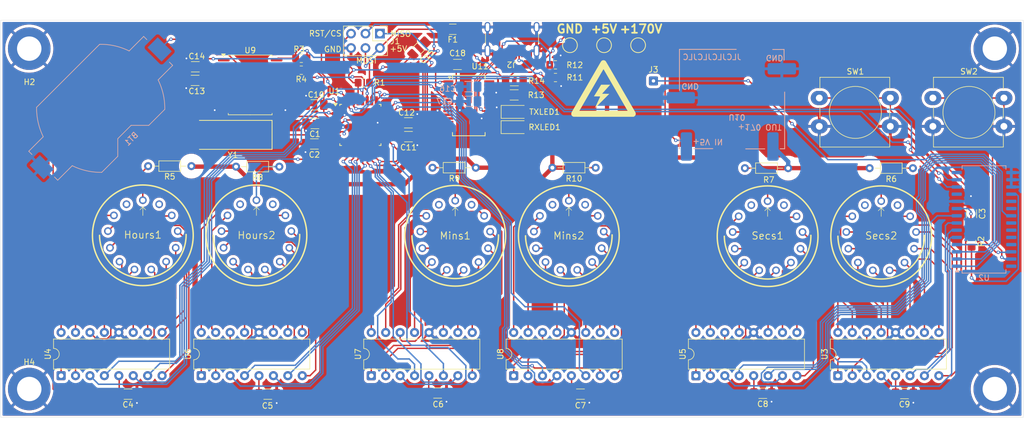
<source format=kicad_pcb>
(kicad_pcb (version 20241229) (generator "pcbnew") (generator_version "9.0")
  (title_block (title "NixClock Project") (date "2025-02-18") (rev "Rev03") (comment 2 "creativecommons.org/licenses/by/4.0/") (comment 3 "License: CC BY  4.0") (comment 4 "Sotiris Zannetos"))
  (layers (0 "F.Cu" signal) (2 "B.Cu" signal) (13 "F.Paste" user) (15 "B.Paste" user) (5 "F.SilkS" user "F.Silkscreen") (7 "B.SilkS" user "B.Silkscreen") (1 "F.Mask" user) (3 "B.Mask" user) (25 "Edge.Cuts" user))
  (net 0 "")
  (net 1 "DTR")
  (net 2 "Mins1D")
  (net 3 "Hours2B")
  (net 4 "I2C Data")
  (net 5 "Hours2D")
  (net 6 "Hours1A")
  (net 7 "USB 5V")
  (net 8 "Hours1C")
  (net 9 "Hours1B")
  (net 10 "Hours2A")
  (net 11 "Hours1D")
  (net 12 "Mins2D")
  (net 13 "Mins2C")
  (net 14 "Mins2A")
  (net 15 "Hours2C")
  (net 16 "I2C Clock")
  (net 17 "Mins2B")
  (net 19 "Net-(U7-~{Q8})")
  (net 20 "Net-(Hours1-PadA)")
  (net 21 "Net-(U7-~{Q6})")
  (net 22 "Net-(U7-~{Q2})")
  (net 23 "Net-(U7-~{Q5})")
  (net 24 "Net-(U7-~{Q7})")
  (net 25 "Net-(U7-~{Q0})")
  (net 26 "Net-(U7-~{Q4})")
  (net 27 "Net-(U7-~{Q9})")
  (net 28 "Net-(U7-~{Q3})")
  (net 30 "Net-(U7-~{Q1})")
  (net 31 "Net-(U5-~{Q7})")
  (net 32 "Net-(U5-~{Q8})")
  (net 33 "Net-(U5-~{Q0})")
  (net 34 "Net-(U5-~{Q4})")
  (net 35 "Net-(U5-~{Q3})")
  (net 36 "Net-(U5-~{Q1})")
  (net 37 "Net-(U5-~{Q2})")
  (net 38 "Net-(Hours2-PadA)")
  (net 40 "Net-(U5-~{Q9})")
  (net 42 "Net-(U5-~{Q6})")
  (net 43 "Net-(U5-~{Q5})")
  (net 44 "Net-(Mins1-PadA)")
  (net 45 "Net-(U3-~{Q7})")
  (net 47 "Net-(U3-~{Q3})")
  (net 48 "Net-(U3-~{Q6})")
  (net 49 "Net-(U3-~{Q1})")
  (net 50 "Net-(U3-~{Q2})")
  (net 51 "Net-(U3-~{Q9})")
  (net 52 "Net-(U3-~{Q8})")
  (net 53 "Net-(U3-~{Q5})")
  (net 54 "Net-(U3-~{Q0})")
  (net 55 "Net-(U3-~{Q4})")
  (net 57 "Net-(U4-~{Q3})")
  (net 58 "Net-(U4-~{Q8})")
  (net 59 "Net-(U4-~{Q0})")
  (net 60 "Net-(U4-~{Q7})")
  (net 61 "Net-(U4-~{Q5})")
  (net 62 "Net-(U4-~{Q4})")
  (net 63 "Net-(Mins2-PadA)")
  (net 65 "Net-(U4-~{Q9})")
  (net 66 "Net-(U4-~{Q2})")
  (net 67 "Net-(U4-~{Q1})")
  (net 68 "Net-(U4-~{Q6})")
  (net 70 "+170V")
  (net 71 "Net-(U8-~{Q3})")
  (net 72 "Net-(U8-~{Q8})")
  (net 73 "Net-(U8-~{Q0})")
  (net 74 "Net-(U8-~{Q7})")
  (net 75 "Net-(U8-~{Q5})")
  (net 77 "Net-(U8-~{Q4})")
  (net 79 "Net-(U8-~{Q9})")
  (net 80 "Net-(U8-~{Q2})")
  (net 81 "Net-(U8-~{Q1})")
  (net 82 "Net-(U8-~{Q6})")
  (net 83 "Net-(R6-Pad1)")
  (net 84 "Net-(R7-Pad1)")
  (net 85 "Net-(U6-~{Q3})")
  (net 86 "Net-(U6-~{Q7})")
  (net 87 "Net-(U6-~{Q5})")
  (net 89 "Net-(U6-~{Q2})")
  (net 90 "Net-(U6-~{Q6})")
  (net 91 "Net-(U6-~{Q4})")
  (net 93 "Net-(U6-~{Q0})")
  (net 94 "Net-(U6-~{Q9})")
  (net 95 "Net-(U6-~{Q8})")
  (net 96 "Net-(U6-~{Q1})")
  (net 97 "TimeButton")
  (net 98 "SetButton")
  (net 100 "Net-(U2-GPB3)")
  (net 101 "Net-(U2-GPB2)")
  (net 102 "Net-(U2-GPB5)")
  (net 103 "Switch")
  (net 104 "Net-(U2-GPB6)")
  (net 105 "Net-(U2-GPB1)")
  (net 106 "Net-(U2-GPB0)")
  (net 107 "Net-(U2-GPB4)")
  (net 109 "Net-(U2-GPB7)")
  (net 111 "Net-(U1-XTAL1{slash}PB6)")
  (net 112 "Net-(U1-XTAL2{slash}PB7)")
  (net 113 "Net-(J2-CC2)")
  (net 114 "Net-(J2-CC1)")
  (net 121 "Net-(BT1-+)")
  (net 122 "Net-(U1-AREF)")
  (net 123 "Net-(U2-~{RESET})")
  (net 129 "GND")
  (net 130 "RST{slash}CS")
  (net 131 "Mins1B{slash}MISO")
  (net 132 "Mins1A{slash}SCK")
  (net 133 "Mins1C{slash}MOSI")
  (net 134 "Net-(U11-3V3OUT)")
  (net 135 "Net-(TXLED1-A)")
  (net 136 "Net-(RXLED1-A)")
  (net 137 "TX")
  (net 138 "RX")
  (net 150 "DATA -")
  (net 151 "DATA +")
  (net 152 "Net-(RXLED1-K)")
  (net 153 "Net-(TXLED1-K)")
  (net 154 "Net-(F1-Pad1)")
  (footprint "Package_QFP:TQFP-32_7x7mm_P0.8mm" (layer "F.Cu") (at 124.2 67.55)
    (property "Reference" "U1")
    (property "Value" "ATmega328P-A")
  )
  (footprint "Connector_USB:USB_C_Receptacle_GCT_USB4105-xx-A_16P_TopMnt_Horizontal" (layer "F.Cu") (at 150.9 51.375 180)
    (property "Reference" "J2")
    (property "Value" "USB-C Data & Power")
  )
  (footprint "Resistor_THT:R_Axial_DIN0204_L3.6mm_D1.6mm_P7.62mm_Horizontal" (layer "F.Cu") (at 191.9 75.16712)
    (property "Reference" "R7")
    (property "Value" "10K")
  )
  (footprint "Resistor_SMD:R_0805_2012Metric_Pad1.20x1.40mm_HandSolder" (layer "F.Cu") (at 231.8 88.1 -90)
    (property "Reference" "R2")
    (property "Value" "1K")
  )
  (footprint "NixieFootprints:Crystal_SMD" (layer "F.Cu") (at 101.7585 69.3 180)
    (property "Reference" "Y1")
    (property "Value" "Crystal")
  )
  (footprint "Capacitor_SMD:C_1206_3216Metric_Pad1.33x1.80mm_HandSolder" (layer "F.Cu") (at 132.67 69.62)
    (property "Reference" "C11")
    (property "Value" "100nF")
  )
  (footprint "MountingHole:MountingHole_4.3mm_M4_DIN965_Pad" (layer "F.Cu") (at 65.9 114.1)
    (property "Reference" "H4")
    (property "Value" "MountingHole")
  )
  (footprint "Capacitor_SMD:C_1206_3216Metric_Pad1.33x1.80mm_HandSolder" (layer "F.Cu") (at 116.2 67.3 180)
    (property "Reference" "C1")
    (property "Value" "22pF")
  )
  (footprint "LOGO" (layer "F.Cu") (at 167.005 61.214)
    (property "Reference" "G***" (hide yes))
    (property "Value" "LOGO" (hide yes))
  )
  (footprint "Resistor_SMD:R_1206_3216Metric_Pad1.30x1.75mm_HandSolder" (layer "F.Cu") (at 151.31 59.74 180)
    (property "Reference" "R14")
    (property "Value" "1k")
  )
  (footprint "Capacitor_SMD:C_1206_3216Metric_Pad1.33x1.80mm_HandSolder" (layer "F.Cu") (at 107.9 115)
    (property "Reference" "C5")
    (property "Value" "100nF")
  )
  (footprint "Package_DIP:DIP-16_W7.62mm" (layer "F.Cu") (at 208.27 111.76 90)
    (property "Reference" "U3")
    (property "Value" "Secs2")
  )
  (footprint "Capacitor_SMD:C_1206_3216Metric_Pad1.33x1.80mm_HandSolder" (layer "F.Cu") (at 95.1 59.7)
    (property "Reference" "C13")
    (property "Value" "100nF")
  )
  (footprint "NixieFootprints:TestPoint_Pad_D2.0mm" (layer "F.Cu") (at 161.1 53.5)
    (property "Reference" "TP3")
    (property "Value" "GND")
  )
  (footprint "Package_DIP:DIP-16_W7.62mm" (layer "F.Cu") (at 126.12 111.76 90)
    (property "Reference" "U7")
    (property "Value" "Mins1")
  )
  (footprint "Capacitor_SMD:C_1206_3216Metric_Pad1.33x1.80mm_HandSolder" (layer "F.Cu") (at 231.8 83.2 -90)
    (property "Reference" "C3")
    (property "Value" "100nF")
  )
  (footprint "Package_SO:SOIC-16W_7.5x10.3mm_P1.27mm" (layer "F.Cu") (at 104.8 60.5)
    (property "Reference" "U9")
    (property "Value" "DS3231M")
  )
  (footprint "MountingHole:MountingHole_4.3mm_M4_DIN965_Pad" (layer "F.Cu") (at 65.9 54.1)
    (property "Reference" "H2")
    (property "Value" "MountingHole")
  )
  (footprint "Connector_Wire:SolderWire-0.1sqmm_1x01_D0.4mm_OD1mm" (layer "F.Cu") (at 175.8 59.79)
    (property "Reference" "J3")
    (property "Value" "Conn_01x01")
  )
  (footprint "Resistor_THT:R_Axial_DIN0204_L3.6mm_D1.6mm_P7.62mm_Horizontal" (layer "F.Cu") (at 86.83 74.81)
    (property "Reference" "R5")
    (property "Value" "10K")
  )
  (footprint "NixieFootprints:SW_PUSH-12mm" (layer "F.Cu") (at 205 62.8)
    (property "Reference" "SW1")
    (property "Value" "TimeButton")
  )
  (footprint "Resistor_THT:R_Axial_DIN0204_L3.6mm_D1.6mm_P7.62mm_Horizontal" (layer "F.Cu") (at 136.9 75.08838)
    (property "Reference" "R9")
    (property "Value" "10K")
  )
  (footprint "Connector_PinHeader_2.54mm:PinHeader_2x03_P2.54mm_Vertical" (layer "F.Cu") (at 127.635 51.455 -90)
    (property "Reference" "J1")
    (property "Value" "BurnPort")
  )
  (footprint "Resistor_SMD:R_0805_2012Metric_Pad1.20x1.40mm_HandSolder" (layer "F.Cu") (at 158.55 59.19)
    (property "Reference" "R11")
    (property "Value" "5.1K")
  )
  (footprint "Capacitor_SMD:C_1206_3216Metric_Pad1.33x1.80mm_HandSolder" (layer "F.Cu") (at 95.1375 57.3)
    (property "Reference" "C14")
    (property "Value" "1uF")
  )
  (footprint "NixieFootprints:nixies-us-IN-14" (layer "F.Cu") (at 215.9 87.16712 180)
    (property "Reference" "Secs2")
    (property "Value" "~")
  )
  (footprint "MountingHole:MountingHole_4.3mm_M4_DIN965_Pad" (layer "F.Cu") (at 235.9 114.1)
    (property "Reference" "H3")
    (property "Value" "MountingHole")
  )
  (footprint "Capacitor_SMD:C_1206_3216Metric_Pad1.33x1.80mm_HandSolder" (layer "F.Cu") (at 132.65 67.18)
    (property "Reference" "C12")
    (property "Value" "100nF")
  )
  (footprint "Package_SO:SSOP-28_5.3x10.2mm_P0.65mm" (layer "F.Cu") (at 143.29 64.13)
    (property "Reference" "U11")
    (property "Value" "FT232RL")
  )
  (footprint "NixieFootprints:nixies-us-IN-14" (layer "F.Cu") (at 195.9 87.16712 180)
    (property "Reference" "Secs1")
    (property "Value" "~")
  )
  (footprint "NixieFootprints:nixies-us-IN-14" (layer "F.Cu") (at 85.9 87.00964 180)
    (property "Reference" "Hours1")
    (property "Value" "~")
  )
  (footprint "Capacitor_SMD:C_1206_3216Metric_Pad1.33x1.80mm_HandSolder" (layer "F.Cu") (at 195.05 114.85)
    (property "Reference" "C8")
    (property "Value" "100nF")
  )
  (footprint "Package_DIP:DIP-16_W7.62mm" (layer "F.Cu") (at 96.19 111.75 90)
    (property "Reference" "U6")
    (property "Value" "Hours2")
  )
  (footprint "Capacitor_SMD:C_1206_3216Metric_Pad1.33x1.80mm_HandSolder" (layer "F.Cu") (at 141.29 56.89 180)
    (property "Reference" "C18")
    (property "Value" "100nF")
  )
  (footprint "Capacitor_SMD:C_1206_3216Metric_Pad1.33x1.80mm_HandSolder" (layer "F.Cu") (at 134.545146 54.034854 45)
    (property "Reference" "C15")
    (property "Value" "100nF")
  )
  (footprint "Capacitor_SMD:C_1206_3216Metric_Pad1.33x1.80mm_HandSolder" (layer "F.Cu") (at 220 114.9)
    (property "Reference" "C9")
    (property "Value" "100nF")
  )
  (footprint "Resistor_THT:R_Axial_DIN0204_L3.6mm_D1.6mm_P7.62mm_Horizontal" (layer "F.Cu") (at 109.93 74.9 180)
    (property "Reference" "R8")
    (property "Value" "10K")
  )
  (footprint "Resistor_SMD:R_1206_3216Metric_Pad1.30x1.75mm_HandSolder" (layer "F.Cu") (at 151.28 62.26 180)
    (property "Reference" "R13")
    (property "Value" "1k")
  )
  (footprint "Capacitor_SMD:C_1206_3216Metric_Pad1.33x1.80mm_HandSolder" (layer "F.Cu") (at 162.95 115)
    (property "Reference" "C7")
    (property "Value" "100nF")
  )
  (footprint "Resistor_SMD:R_0805_2012Metric_Pad1.20x1.40mm_HandSolder" (layer "F.Cu") (at 113.8 57.9)
    (property "Reference" "R4")
    (property "Value" "4.7K")
  )
  (footprint "Resistor_SMD:R_0805_2012Metric_Pad1.20x1.40mm_HandSolder" (layer "F.Cu") (at 158.54 56.96)
    (property "Reference" "R12")
    (property "Value" "5.1K")
  )
  (footprint "NixieFootprints:SW_PUSH-12mm" (layer "F.Cu") (at 225 62.8)
    (property "Reference" "SW2")
    (property "Value" "SetButton")
  )
  (footprint "NixieFootprints:nixies-us-IN-14" (layer "F.Cu") (at 160.9 87.08838 180)
    (property "Reference" "Mins2")
    (property "Value" "~")
  )
  (footprint "Resistor_SMD:R_0805_2012Metric_Pad1.20x1.40mm_HandSolder" (layer "F.Cu") (at 124.8 60.1)
    (property "Reference" "R1")
    (property "Value" "1K")
  )
  (footprint "Package_DIP:DIP-16_W7.62mm" (layer "F.Cu") (at 71.51 111.75 90)
    (property "Reference" "U4")
    (property "Value" "Hours1")
  )
  (footprint "LED_SMD:LED_1206_3216Metric_Pad1.42x1.75mm_HandSolder" (layer "F.Cu") (at 151.45 65.25)
    (property "Reference" "TXLED1")
    (property "Value" "LED")
  )
  (footprint "Package_DIP:DIP-16_W7.62mm" (layer "F.Cu") (at 183.28 111.76 90)
    (property "Reference" "U5")
    (property "Value" "Secs1")
  )
  (footprint "Resistor_THT:R_Axial_DIN0204_L3.6mm_D1.6mm_P7.62mm_Horizontal" (layer "F.Cu") (at 165.624473 75.08838 180)
    (property "Reference" "R10")
    (property "Value" "10K")
  )
  (footprint "Capacitor_SMD:C_1206_3216Metric_Pad1.33x1.80mm_HandSolder" (layer "F.Cu") (at 137.8 114.8)
    (property "Reference" "C6")
    (property "Value" "100nF")
  )
  (footprint "Capacitor_SMD:C_1206_3216Metric_Pad1.33x1.80mm_HandSolder" (layer "F.Cu") (at 83.3 115 180)
    (property "Reference" "C4")
    (property "Value" "100nF")
  )
  (footprint "Capacitor_SMD:C_1206_3216Metric_Pad1.33x1.80mm_HandSolder" (layer "F.Cu") (at 116.2 64.008 180)
    (property "Reference" "C10")
    (property "Value" "100nF")
  )
  (footprint "Fuse:Fuse_1206_3216Metric" (layer "F.Cu") (at 140.47 50.69 180)
    (property "Reference" "F1")
    (property "Value" "Polyfuse")
  )
  (footprint "NixieFootprints:TestPoint_Pad_D2.0mm" (layer "F.Cu") (at 173.1 53.5)
    (property "Reference" "TP1")
    (property "Value" "+170V")
  )
  (footprint "NixieFootprints:TestPoint_Pad_D2.0mm" (layer "F.Cu") (at 167.1 53.5)
    (property "Reference" "TP2")
    (property "Value" "+5V")
  )
  (footprint "Package_DIP:DIP-16_W7.62mm" (layer "F.Cu") (at 151.19 111.76 90)
    (property "Reference" "U8")
    (property "Value" "Mins2")
  )
  (footprint "MountingHole:MountingHole_4.3mm_M4_DIN965_Pad" (layer "F.Cu") (at 235.9 54.1)
    (property "Reference" "H1")
    (property "Value" "MountingHole")
  )
  (footprint "NixieFootprints:nixies-us-IN-14" (layer "F.Cu") (at 105.9 87.00964 180)
    (property "Reference" "Hours2")
    (property "Value" "~")
  )
  (footprint "Resistor_THT:R_Axial_DIN0204_L3.6mm_D1.6mm_P7.62mm_Horizontal" (layer "F.Cu") (at 221.48 75.16712 180)
    (property "Reference" "R6")
    (property "Value" "10K")
  )
  (footprint "NixieFootprints:nixies-us-IN-14" (layer "F.Cu") (at 140.9 87.08838 180)
    (property "Reference" "Mins1")
    (property "Value" "~")
  )
  (footprint "Resistor_SMD:R_0805_2012Metric_Pad1.20x1.40mm_HandSolder" (layer "F.Cu") (at 113.8 55.8)
    (property "Reference" "R3")
    (property "Value" "4.7K")
  )
  (footprint "Capacitor_SMD:C_1206_3216Metric_Pad1.33x1.80mm_HandSolder" (layer "F.Cu") (at 116.1 70.9 180)
    (property "Reference" "C2")
    (property "Value" "22pF")
  )
  (footprint "LED_SMD:LED_1206_3216Metric_Pad1.42x1.75mm_HandSolder" (layer "F.Cu") (at 151.4425 67.94)
    (property "Reference" "RXLED1")
    (property "Value" "LED")
  )
  (footprint "Capacitor_SMD:C_1206_3216Metric_Pad1.33x1.80mm_HandSolder" (layer "B.Cu") (at 143.27 63.39 180)
    (property "Reference" "C17")
    (property "Value" "1uF")
  )
  (footprint "NixieFootprints:NCH8200HV" (layer "B.Cu") (at 181.6 68.75)
    (property "Reference" "U10")
    (property "Value" "NCH8200HV")
  )
  (footprint "Package_SO:SOIC-28W_7.5x18.7mm_P1.27mm" (layer "B.Cu") (at 234 84.2)
    (property "Reference" "U2")
    (property "Value" "MCP23017")
  )
  (footprint "NixieFootprints:Battery Holder SMD CR2032" (layer "B.Cu") (at 78.48 64.62 -135)
    (property "Reference" "BT1")
    (property "Value" "Battery_Cell")
  )
  (footprint "Capacitor_SMD:C_1206_3216Metric_Pad1.33x1.80mm_HandSolder" (layer "B.Cu") (at 143.28 60.8 180)
    (property "Reference" "C16")
    (property "Value" "100nF")
  )
  (gr_line (start 60.9 119.1) (end 240.9 119.1) (stroke (width 0.05)) (layer "Edge.Cuts"))
  (gr_line (start 60.9 49.1) (end 240.9 49.1) (stroke (width 0.05)) (layer "Edge.Cuts"))
  (gr_line (start 240.9 119.1) (end 240.9 49.1) (stroke (width 0.05)) (layer "Edge.Cuts"))
  (gr_line (start 60.9 119.1) (end 60.9 49.1) (stroke (width 0.05)) (layer "Edge.Cuts"))
  (gr_text "+5V\n" (at 129.28 54.71 0) (layer "F.SilkS") (effects (font (size 1 1)) (justify left bottom)))
  (gr_text "+170V\n" (at 169.7 51.5 0) (layer "F.SilkS") (effects (font (size 1.5 1.5) (thickness 0.3) (bold yes)) (justify left bottom)))
  (gr_text "MISO\n" (at 129.39 52.08 0) (layer "F.SilkS") (effects (font (size 1 1)) (justify left bottom)))
  (gr_text "GND" (at 117.72 54.8 0) (layer "F.SilkS") (effects (font (size 1 1)) (justify left bottom)))
  (gr_text "MOSI" (at 123.35 56.79 0) (layer "F.SilkS") (effects (font (size 1 1)) (justify left bottom)))
  (gr_text "RST/CS\n" (at 115.07 52.02 0) (layer "F.SilkS") (effects (font (size 1 1)) (justify left bottom)))
  (gr_text "+5V\n" (at 164.6 51.5 0) (layer "F.SilkS") (effects (font (size 1.5 1.5) (thickness 0.3) (bold yes)) (justify left bottom)))
  (gr_text "GND" (at 158.6 51.5 0) (layer "F.SilkS") (effects (font (size 1.5 1.5) (thickness 0.3) (bold yes)) (justify left bottom)))
  (gr_text "JLCJLCJLCJLC" (at 191.35 56.18 0) (layer "B.SilkS") (effects (font (size 1 1)) (justify left bottom mirror)))
  (segment (start 135.65 52.93) (end 137.88 52.93) (width 0.254) (layer "F.Cu") (net 1))
  (segment (start 138.955 54.005) (end 141.08 56.13) (width 0.254) (layer "F.Cu") (net 1))
  (segment (start 141.08 56.13) (end 141.08 60.113) (width 0.254) (layer "F.Cu") (net 1))
  (segment (start 140.638 60.555) (end 139.69 60.555) (width 0.254) (layer "F.Cu") (net 1))
  (segment (start 137.88 52.93) (end 138.955 54.005) (width 0.254) (layer "F.Cu") (net 1))
  (segment (start 141.08 60.113) (end 140.638 60.555) (width 0.254) (layer "F.Cu") (net 1))
  (segment (start 125.4 74.2) (end 126 74.8) (width 0.254) (layer "F.Cu") (net 2))
  (segment (start 125.4 71.8) (end 125.4 74.2) (width 0.254) (layer "F.Cu") (net 2))
  (via (at 126 74.8) (size 0.6) (drill 0.3) (layers "F.Cu" "B.Cu") (net 2))
  (segment (start 130.8 108.8) (end 132.8 108.8) (width 0.254) (layer "B.Cu") (net 2))
  (segment (start 126.819 75.619) (end 126.819 76.696632) (width 0.254) (layer "B.Cu") (net 2))
  (segment (start 127.247 101.247) (end 127.247 105.247) (width 0.254) (layer "B.Cu") (net 2))
  (segment (start 133.74 109.74) (end 133.74 111.76) (width 0.254) (layer "B.Cu") (net 2))
  (segment (start 127.2 101.2) (end 127.247 101.247) (width 0.254) (layer "B.Cu") (net 2))
  (segment (start 126 74.8) (end 126.819 75.619) (width 0.254) (layer "B.Cu") (net 2))
  (segment (start 127.247 105.247) (end 130.8 108.8) (width 0.254) (layer "B.Cu") (net 2))
  (segment (start 129.619 79.496632) (end 129.619 98.781) (width 0.254) (layer "B.Cu") (net 2))
  (segment (start 129.619 98.781) (end 127.2 101.2) (width 0.254) (layer "B.Cu") (net 2))
  (segment (start 132.8 108.8) (end 133.74 109.74) (width 0.254) (layer "B.Cu") (net 2))
  (segment (start 126.819 76.696632) (end 129.619 79.496632) (width 0.254) (layer "B.Cu") (net 2))
  (segment (start 123.8 73.573) (end 123.8 71.8) (width 0.254) (layer "F.Cu") (net 3))
  (segment (start 123.329857 74.043143) (end 123.8 73.573) (width 0.254) (layer "F.Cu") (net 3))
  (via (at 123.329857 74.043143) (size 0.6) (drill 0.3) (layers "F.Cu" "B.Cu") (net 3))
  (segment (start 123.329857 74.043143) (end 123.6 74.313286) (width 0.254) (layer "B.Cu") (net 3))
  (segment (start 117.2 106.518816) (end 117.2 111.2) (width 0.254) (layer "B.Cu") (net 3))
  (segment (start 117.2 111.2) (end 115.2 113.2) (width 0.254) (layer "B.Cu") (net 3))
  (segment (start 123.6 74.313286) (end 123.6 100.118815) (width 0.254) (layer "B.Cu") (net 3))
  (segment (start 110.34 113.2) (end 108.89 111.75) (width 0.254) (layer "B.Cu") (net 3))
  (segment (start 115.2 113.2) (end 110.34 113.2) (width 0.254) (layer "B.Cu") (net 3))
  (segment (start 123.6 100.118815) (end 117.2 106.518816) (width 0.254) (layer "B.Cu") (net 3))
  (segment (start 124.873 59.550072) (end 124.395928 59.073) (width 0.254) (layer "F.Cu") (net 4))
  (segment (start 125.4 61.490288) (end 124.873 60.963288) (width 0.254) (layer "F.Cu") (net 4))
  (segment (start 125.4 62) (end 125.4 61.490288) (width 0.254) (layer "F.Cu") (net 4))
  (segment (start 220.6 70.6) (end 226.05 76.05) (width 0.254) (layer "F.Cu") (net 4))
  (segment (start 125.4 63.3) (end 125.4 62) (width 0.254) (layer "F.Cu") (net 4))
  (segment (start 110.025 57.9) (end 109.45 57.325) (width 0.254) (layer "F.Cu") (net 4))
  (segment (start 112.8 57.9) (end 110.025 57.9) (width 0.254) (layer "F.Cu") (net 4))
  (segment (start 114.05554 59.15554) (end 116.61246 59.15554) (width 0.254) (layer "F.Cu") (net 4))
  (segment (start 124.395928 59.073) (end 122.8 59.073) (width 0.254) (layer "F.Cu") (net 4))
  (segment (start 112.8 57.9) (end 114.05554 59.15554) (width 0.254) (layer "F.Cu") (net 4))
  (segment (start 124.873 60.963288) (end 124.873 59.550072) (width 0.254) (layer "F.Cu") (net 4))
  (via (at 220.6 70.6) (size 0.6) (drill 0.3) (layers "F.Cu" "B.Cu") (net 4))
  (via (at 125.4 62) (size 0.6) (drill 0.3) (layers "F.Cu" "B.Cu") (net 4))
  (via (at 226.05 76.05) (size 0.6) (drill 0.3) (layers "F.Cu" "B.Cu") (net 4))
  (via (at 122.8 59.073) (size 0.6) (drill 0.3) (layers "F.Cu" "B.Cu") (net 4))
  (via (at 116.61246 59.15554) (size 0.6) (drill 0.3) (layers "F.Cu" "B.Cu") (net 4))
  (segment (start 122.8 59.073) (end 122.71746 59.15554) (width 0.254) (layer "B.Cu") (net 4))
  (segment (start 154.242184 59.381) (end 127.219 59.381) (width 0.254) (layer "B.Cu") (net 4))
  (segment (start 227.615001 77.215001) (end 229.2 77.215001) (width 0.254) (layer "B.Cu") (net 4))
  (segment (start 226.45 76.05) (end 227.615001 77.215001) (width 0.254) (layer "B.Cu") (net 4))
  (segment (start 226.05 76.05) (end 226.45 76.05) (width 0.254) (layer "B.Cu") (net 4))
  (segment (start 125.4 61.2) (end 125.4 62) (width 0.254) (layer "B.Cu") (net 4))
  (segment (start 122.71746 59.15554) (end 116.61246 59.15554) (width 0.254) (layer "B.Cu") (net 4))
  (segment (start 127.219 59.381) (end 125.4 61.2) (width 0.254) (layer "B.Cu") (net 4))
  (segment (start 212.419785 65.2) (end 160.061184 65.2) (width 0.254) (layer "B.Cu") (net 4))
  (segment (start 220.6 70.6) (end 217.819785 70.6) (width 0.254) (layer "B.Cu") (net 4))
  (segment (start 217.819785 70.6) (end 212.419785 65.2) (width 0.254) (layer "B.Cu") (net 4))
  (segment (start 160.061184 65.2) (end 154.242184 59.381) (width 0.254) (layer "B.Cu") (net 4))
  (segment (start 122.2 71.8) (end 122.2 73) (width 0.254) (layer "F.Cu") (net 5))
  (segment (start 122.2 73) (end 121.2 74) (width 0.254) (layer "F.Cu") (net 5))
  (via (at 121.2 74) (size 0.6) (drill 0.3) (layers "F.Cu" "B.Cu") (net 5))
  (segment (start 105.639408 109.920592) (end 103.81 111.75) (width 0.254) (layer "B.Cu") (net 5))
  (segment (start 122.8 75.6) (end 122.8 99.841184) (width 0.254) (layer "B.Cu") (net 5))
  (segment (start 122.8 99.841184) (end 112.720592 109.920592) (width 0.254) (layer "B.Cu") (net 5))
  (segment (start 112.720592 109.920592) (end 105.639408 109.920592) (width 0.254) (layer "B.Cu") (net 5))
  (segment (start 121.2 74) (end 122.8 75.6) (width 0.254) (layer "B.Cu") (net 5))
  (segment (start 121.4 71.8) (end 121.4 72.6) (width 0.254) (layer "F.Cu") (net 6))
  (segment (start 121.4 72.6) (end 120.4 73.6) (width 0.254) (layer "F.Cu") (net 6))
  (segment (start 120.4 73.6) (end 113.2 73.6) (width 0.254) (layer "F.Cu") (net 6))
  (via (at 113.2 73.6) (size 0.6) (drill 0.3) (layers "F.Cu" "B.Cu") (net 6))
  (segment (start 98 77.477632) (end 101.915632 73.562) (width 0.254) (layer "B.Cu") (net 6))
  (segment (start 90.080816 113.258) (end 93.6 109.738816) (width 0.254) (layer "B.Cu") (net 6))
  (segment (start 93.6 96.277632) (end 98 91.877632) (width 0.254) (layer "B.Cu") (net 6))
  (segment (start 101.915632 73.562) (end 113.162 73.562) (width 0.254) (layer "B.Cu") (net 6))
  (segment (start 98 91.877632) (end 98 77.477632) (width 0.254) (layer "B.Cu") (net 6))
  (segment (start 113.162 73.562) (end 113.2 73.6) (width 0.254) (layer "B.Cu") (net 6))
  (segment (start 76.59 111.75) (end 78.098 113.258) (width 0.254) (layer "B.Cu") (net 6))
  (segment (start 93.6 109.738816) (end 93.6 96.277632) (width 0.254) (layer "B.Cu") (net 6))
  (segment (start 78.098 113.258) (end 90.080816 113.258) (width 0.254) (layer "B.Cu") (net 6))
  (segment (start 118.752 66.897658) (end 118.752 66.404072) (width 0.254) (layer "F.Cu") (net 7))
  (segment (start 119.95 67.15) (end 119.004342 67.15) (width 0.254) (layer "F.Cu") (net 7))
  (segment (start 102 117.5) (end 104.5 115) (width 0.254) (layer "F.Cu") (net 7))
  (segment (start 231.8 84.7625) (end 231.8 87.1) (width 0.254) (layer "F.Cu") (net 7))
  (segment (start 121.35 68.899) (end 121.201 68.75) (width 0.254) (layer "F.Cu") (net 7))
  (segment (start 145.421598 64.788403) (end 145.421598 64.788402) (width 0.254) (layer "F.Cu") (net 7))
  (segment (start 125.8 60.1) (end 125.8 55.83) (width 0.254) (layer "F.Cu") (net 7))
  (segment (start 114.808 54.475) (end 114.808 55.792) (width 0.254) (layer "F.Cu") (net 7))
  (segment (start 161.3875 115) (end 161.3875 116.8875) (width 0.254) (layer "F.Cu") (net 7))
  (segment (start 106.3375 115) (end 106.3375 116.3375) (width 0.254) (layer "F.Cu") (net 7))
  (segment (start 100.125 57.3) (end 100.15 57.325) (width 0.254) (layer "F.Cu") (net 7))
  (segment (start 160.431265 51.689) (end 159.501265 52.619) (width 0.254) (layer "F.Cu") (net 7))
  (segment (start 230.773 88.127) (end 230.773 112.027) (width 0.254) (layer "F.Cu") (net 7))
  (segment (start 188.5 117.5) (end 191.15 114.85) (width 0.254) (layer "F.Cu") (net 7))
  (segment (start 193.4875 111.8075) (end 193.44 111.76) (width 0.254) (layer "F.Cu") (net 7))
  (segment (start 97.282 55.88) (end 96.7 56.462) (width 0.254) (layer "F.Cu") (net 7))
  (segment (start 177.85 68.38) (end 179.73 70.26) (width 0.254) (layer "F.Cu") (net 7))
  (segment (start 137 117.5) (end 156.5 117.5) (width 0.254) (layer "F.Cu") (net 7))
  (segment (start 96.6625 57.3375) (end 96.7 57.3) (width 0.254) (layer "F.Cu") (net 7))
  (segment (start 121.064 67.15) (end 121.539 66.675) (width 0.254) (layer "F.Cu") (net 7))
  (segment (start 158.091154 54.478846) (end 158.102692 54.478846) (width 0.254) (layer "F.Cu") (net 7))
  (segment (start 117.7625 59.3425) (end 116.32 57.9) (width 0.254) (layer "F.Cu") (net 7))
  (segment (start 94.665 61.6975) (end 78.8025 61.6975) (width 0.254) (layer "F.Cu") (net 7))
  (segment (start 177.85 52.59) (end 177.85 68.38) (width 0.254) (layer "F.Cu") (net 7))
  (segment (start 149.73 59.77) (end 149.76 59.74) (width 0.254) (layer "F.Cu") (net 7))
  (segment (start 98.298 55.88) (end 97.282 55.88) (width 0.254) (layer "F.Cu") (net 7))
  (segment (start 114.808 55.792) (end 114.8 55.8) (width 0.254) (layer "F.Cu") (net 7))
  (segment (start 214.5 117.5) (end 217.1 114.9) (width 0.254) (layer "F.Cu") (net 7))
  (segment (start 136.2375 114.8) (end 136.2375 116.7375) (width 0.254) (layer "F.Cu") (net 7))
  (segment (start 82.5 117.5) (end 102 117.5) (width 0.254) (layer "F.Cu") (net 7))
  (segment (start 71 115) (end 81.7375 115) (width 0.254) (layer "F.Cu") (net 7))
  (segment (start 230.773 112.027) (end 225.4 117.4) (width 0.254) (layer "F.Cu") (net 7))
  (segment (start 145.738197 65.105001) (end 146.89 65.105001) (width 0.254) (layer "F.Cu") (net 7))
  (segment (start 123.325 66.675) (end 126.2 69.55) (width 0.254) (layer "F.Cu") (net 7))
  (segment (start 118.752 66.404072) (end 117.7625 65.414571) (width 0.254) (layer "F.Cu") (net 7))
  (segment (start 107.5 117.5) (end 131.5 117.5) (width 0.254) (layer "F.Cu") (net 7))
  (segment (start 191.15 114.85) (end 193.4875 114.85) (width 0.254) (layer "F.Cu") (net 7))
  (segment (start 218.4375 114.9) (end 218.4375 111.7675) (width 0.254) (layer "F.Cu") (net 7))
  (segment (start 218.9 117.4) (end 218.4375 116.9375) (width 0.254) (layer "F.Cu") (net 7))
  (segment (start 156.5 117.5) (end 159 115) (width 0.254) (layer "F.Cu") (net 7))
  (segment (start 81.7375 115) (end 81.7375 111.8175) (width 0.254) (layer "F.Cu") (net 7))
  (segment (start 165.289 51.689) (end 160.431265 51.689) (width 0.254) (layer "F.Cu") (net 7))
  (segment (start 167.1 53.5) (end 165.289 51.689) (width 0.254) (layer "F.Cu") (net 7))
  (segment (start 121.35 69.1) (end 121.35 68.899) (width 0.254) (layer "F.Cu") (net 7))
  (segment (start 149.45 62.24) (end 149.43 62.26) (width 0.254) (layer "F.Cu") (net 7))
  (segment (start 169.004 53.5) (end 171.794 50.71) (width 0.254) (layer "F.Cu") (net 7))
  (segment (start 194 117.5) (end 214.5 117.5) (width 0.254) (layer "F.Cu") (net 7))
  (segment (start 121.201 68.75) (end 119.95 68.75) (width 0.254) (layer "F.Cu") (net 7))
  (segment (start 136.2375 114.8) (end 136.2375 111.8025) (width 0.254) (layer "F.Cu") (net 7))
  (segment (start 148.34 58.32) (end 146.58308 58.32) (width 0.254) (layer "F.Cu") (net 7))
  (segment (start 119.95 67.15) (end 121.064 67.15) (width 0.254) (layer "F.Cu") (net 7))
  (segment (start 106.3375 111.7625) (end 106.35 111.75) (width 0.254) (layer "F.Cu") (net 7))
  (segment (start 231.8 87.1) (end 230.773 88.127) (width 0.254) (layer "F.Cu") (net 7))
  (segment (start 78.8025 61.6975) (end 70.104 70.396) (width 0.254) (layer "F.Cu") (net 7))
  (segment (start 117.7625 65.414571) (end 117.7625 59.3425) (width 0.254) (layer "F.Cu") (net 7))
  (segment (start 218.4375 111.7675) (end 218.43 111.76) (width 0.254) (layer "F.Cu") (net 7))
  (segment (start 145.051 64.421) (end 145.418402 64.788402) (width 0.254) (layer "F.Cu") (net 7))
  (segment (start 114.8 55.8) (end 114.8 57.9) (width 0.254) (layer "F.Cu") (net 7))
  (segment (start 106.3375 116.3375) (end 107.5 117.5) (width 0.254) (layer "F.Cu") (net 7))
  (segment (start 154.32 58.25) (end 158.091154 54.478846) (width 0.254) (layer "F.Cu") (net 7))
  (segment (start 146.58308 58.32) (end 145.051 59.85208) (width 0.254) (layer "F.Cu") (net 7))
  (segment (start 116.32 57.9) (end 114.8 57.9) (width 0.254) (layer "F.Cu") (net 7))
  (segment (start 134.2 114.8) (end 136.2375 114.8) (width 0.254) (layer "F.Cu") (net 7))
  (segment (start 130.94 50.69) (end 127.635 53.995) (width 0.254) (layer "F.Cu") (net 7))
  (segment (start 104.5 115) (end 106.3375 115) (width 0.254) (layer "F.Cu") (net 7))
  (segment (start 159 115) (end 161.3875 115) (width 0.254) (layer "F.Cu") (net 7))
  (segment (start 218.4375 116.9375) (end 218.4375 114.9) (width 0.254) (layer "F.Cu") (net 7))
  (segment (start 149.76 59.74) (end 151.25 58.25) (width 0.254) (layer "F.Cu") (net 7))
  (segment (start 81.7375 115) (end 81.7375 116.7375) (width 0.254) (layer "F.Cu") (net 7))
  (segment (start 175.97 50.71) (end 177.85 52.59) (width 0.254) (layer "F.Cu") (net 7))
  (segment (start 145.421598 64.788402) (end 145.738197 65.105001) (width 0.254) (layer "F.Cu") (net 7))
  (segment (start 131.5 117.5) (end 134.2 114.8) (width 0.254) (layer "F.Cu") (net 7))
  (segment (start 125.8 55.83) (end 127.635 53.995) (width 0.254) (layer "F.Cu") (net 7))
  (segment (start 121.539 66.675) (end 123.325 66.675) (width 0.254) (layer "F.Cu") (net 7))
  (segment (start 96.7 56.462) (end 96.7 57.3) (width 0.254) (layer "F.Cu") (net 7))
  (segment (start 231.7 84.0625) (end 231.7 83.2) (width 0.254) (layer "F.Cu") (net 7))
  (segment (start 128.52 69.62) (end 128.45 69.55) (width 0.254) (layer "F.Cu") (net 7))
  (segment (start 139.7 50.69) (end 139.07 50.69) (width 0.254) (layer "F.Cu") (net 7))
  (segment (start 96.6625 59.7) (end 94.665 61.6975) (width 0.254) (layer "F.Cu") (net 7))
  (segment (start 144.72 55.71) (end 139.7 50.69) (width 0.254) (layer "F.Cu") (net 7))
  (segment (start 81.7375 111.8175) (end 81.67 111.75) (width 0.254) (layer "F.Cu") (net 7))
  (segment (start 151.25 58.25) (end 154.32 58.25) (width 0.254) (layer "F.Cu") (net 7))
  (segment (start 70.104 114.104) (end 71 115) (width 0.254) (layer "F.Cu") (net 7))
  (segment (start 225.4 117.4) (end 218.9 117.4) (width 0.254) (layer "F.Cu") (net 7))
  (segment (start 106.3375 115) (end 106.3375 111.7625) (width 0.254) (layer "F.Cu") (net 7))
  (segment (start 96.6625 59.7) (end 96.6625 57.3375) (width 0.254) (layer "F.Cu") (net 7))
  (segment (start 149.73 62.26) (end 149.73 59.77) (width 0.254) (layer "F.Cu") (net 7))
  (segment (start 136.2375 116.7375) (end 137 117.5) (width 0.254) (layer "F.Cu") (net 7))
  (segment (start 126.2 69.55) (end 128.45 69.55) (width 0.254) (layer "F.Cu") (net 7))
  (segment (start 96.7 57.3) (end 100.125 57.3) (width 0.254) (layer "F.Cu") (net 7))
  (segment (start 217.1 114.9) (end 218.4375 114.9) (width 0.254) (layer "F.Cu") (net 7))
  (segment (start 171.794 50.71) (end 175.97 50.71) (width 0.254) (layer "F.Cu") (net 7))
  (segment (start 145.687999 65.054804) (end 145.421598 64.788403) (width 0.254) (layer "F.Cu") (net 7))
  (segment (start 145.418402 64.788402) (end 145.421598 64.788402) (width 0.254) (layer "F.Cu") (net 7))
  (segment (start 167.1 53.5) (end 169.004 53.5) (width 0.254) (layer "F.Cu") (net 7))
  (segment (start 193.4875 114.85) (end 193.4875 116.9875) (width 0.254) (layer "F.Cu") (net 7))
  (segment (start 149.76 59.74) (end 148.34 58.32) (width 0.254) (layer "F.Cu") (net 7))
  (segment (start 139.07 50.69) (end 130.94 50.69) (width 0.254) (layer "F.Cu") (net 7))
  (segment (start 161.3875 111.7975) (end 161.35 111.76) (width 0.254) (layer "F.Cu") (net 7))
  (segment (start 70.104 70.396) (end 70.104 114.104) (width 0.254) (layer "F.Cu") (net 7))
  (segment (start 131.1075 69.62) (end 128.52 69.62) (width 0.254) (layer "F.Cu") (net 7))
  (segment (start 81.7375 116.7375) (end 82.5 117.5) (width 0.254) (layer "F.Cu") (net 7))
  (segment (start 159.501265 52.619) (end 159.46053 52.619) (width 0.254) (layer "F.Cu") (net 7))
  (segment (start 193.4875 114.85) (end 193.4875 111.8075) (width 0.254) (layer "F.Cu") (net 7))
  (segment (start 145.051 59.85208) (end 145.051 64.421) (width 0.254) (layer "F.Cu") (net 7))
  (segment (start 119.004342 67.15) (end 118.752 66.897658) (width 0.254) (layer "F.Cu") (net 7))
  (segment (start 161.3875 116.8875) (end 162 117.5) (width 0.254) (layer "F.Cu") (net 7))
  (segment (start 193.4875 116.9875) (end 194 117.5) (width 0.254) (layer "F.Cu") (net 7))
  (segment (start 136.2375 111.8025) (end 136.28 111.76) (width 0.254) (layer "F.Cu") (net 7))
  (segment (start 162 117.5) (end 188.5 117.5) (width 0.254) (layer "F.Cu") (net 7))
  (segment (start 161.3875 115) (end 161.3875 111.7975) (width 0.254) (layer "F.Cu") (net 7))
  (via (at 114.808 54.475) (size 0.6) (drill 0.3) (layers "F.Cu" "B.Cu") (net 7))
  (via (at 144.72 55.71) (size 0.6) (drill 0.3) (layers "F.Cu" "B.Cu") (net 7))
  (via (at 98.298 55.88) (size 0.6) (drill 0.3) (layers "F.Cu" "B.Cu") (net 7))
  (via (at 121.539 66.675) (size 0.6) (drill 0.3) (layers "F.Cu" "B.Cu") (net 7))
  (via (at 231.7 83.2) (size 0.6) (drill 0.3) (layers "F.Cu" "B.Cu") (net 7))
  (via (at 145.421598 64.788402) (size 0.6) (drill 0.3) (layers "F.Cu" "B.Cu") (net 7))
  (via (at 159.46053 52.619) (size 0.6) (drill 0.3) (layers "F.Cu" "B.Cu") (net 7))
  (via (at 158.102692 54.478846) (size 0.6) (drill 0.3) (layers "F.Cu" "B.Cu") (net 7))
  (via (at 179.73 70.26) (size 0.6) (drill 0.3) (layers "F.Cu" "B.Cu") (net 7))
  (via (at 148.34 58.32) (size 0.6) (drill 0.3) (layers "F.Cu" "B.Cu") (net 7))
  (via (at 121.35 69.1) (size 0.6) (drill 0.3) (layers "F.Cu" "B.Cu") (net 7))
  (segment (start 122.09 68.029) (end 122.09 67.226) (width 0.254) (layer "B.Cu") (net 7))
  (segment (start 113.927 54.475) (end 112.522 55.88) (width 0.254) (layer "B.Cu") (net 7))
  (segment (start 144.8325 60.81) (end 144.8425 60.8) (width 0.254) (layer "B.Cu") (net 7))
  (segment (start 158.102692 53.976838) (end 159.46053 52.619) (width 0.254) (layer "B.Cu") (net 7))
  (segment (start 231.195 82.295) (end 229.2 82.295) (width 0.254) (layer "B.Cu") (net 7))
  (segment (start 145.58 56.57) (end 146.59 56.57) (width 0.254) (layer "B.Cu") (net 7))
  (segment (start 114.808 54.475) (end 113.927 54.475) (width 0.254) (layer "B.Cu") (net 7))
  (segment (start 121.35 68.769) (end 122.09 68.029) (width 0.254) (layer "B.Cu") (net 7))
  (segment (start 179.73 70.26) (end 180.51 70.26) (width 0.254) (layer "B.Cu") (net 7))
  (segment (start 158.102692 54.478846) (end 158.102692 53.976838) (width 0.254) (layer "B.Cu") (net 7))
  (segment (start 115.973 55.64) (end 125.99 55.64) (width 0.254) (layer "B.Cu") (net 7))
  (segment (start 180.51 70.26) (end 181.6 71.35) (width 0.254) (layer "B.Cu") (net 7))
  (segment (start 114.808 54.475) (end 115.973 55.64) (width 0.254) (layer "B.Cu") (net 7))
  (segment (start 146.59 56.57) (end 148.34 58.32) (width 0.254) (layer "B.Cu") (net 7))
  (segment (start 144.8325 64.199304) (end 144.8325 63.39) (width 0.254) (layer "B.Cu") (net 7))
  (segment (start 121.35 69.1) (end 121.35 68.769) (width 0.254) (layer "B.Cu") (net 7))
  (segment (start 231.7 83.2) (end 231.7 82.8) (width 0.254) (layer "B.Cu") (net 7))
  (segment (start 231.7 82.8) (end 231.195 82.295) (width 0.254) (layer "B.Cu") (net 7))
  (segment (start 145.421598 64.788402) (end 144.8325 64.199304) (width 0.254) (layer "B.Cu") (net 7))
  (segment (start 112.522 55.88) (end 98.298 55.88) (width 0.254) (layer "B.Cu") (net 7))
  (segment (start 122.09 67.226) (end 121.539 66.675) (width 0.254) (layer "B.Cu") (net 7))
  (segment (start 144.8325 63.39) (end 144.8325 60.81) (width 0.254) (layer "B.Cu") (net 7))
  (segment (start 144.72 55.71) (end 145.58 56.57) (width 0.254) (layer "B.Cu") (net 7))
  (segment (start 125.99 55.64) (end 127.635 53.995) (width 0.254) (layer "B.Cu") (net 7))
  (segment (start 119.4 63) (end 119.95 63.55) (width 0.254) (layer "F.Cu") (net 8))
  (segment (start 119.95 63.55) (end 119.95 64.75) (width 0.254) (layer "F.Cu") (net 8))
  (via (at 119.4 63) (size 0.6) (drill 0.3) (layers "F.Cu" "B.Cu") (net 8))
  (segment (start 92.8 108.538816) (end 91.757815 109.581) (width 0.254) (layer "B.Cu") (net 8))
  (segment (start 110.8 72.8) (end 101.6 72.8) (width 0.254) (layer "B.Cu") (net 8))
  (segment (start 101.6 72.8) (end 97.2 77.2) (width 0.254) (layer "B.Cu") (net 8))
  (segment (start 97.2 91.6) (end 92.8 96) (width 0.254) (layer "B.Cu") (net 8))
  (segment (start 92.8 96) (end 92.8 108.538816) (width 0.254) (layer "B.Cu") (net 8))
  (segment (start 91.757815 109.581) (end 88.919 109.581) (width 0.254) (layer "B.Cu") (net 8))
  (segment (start 118.2 63) (end 112.8 68.4) (width 0.254) (layer "B.Cu") (net 8))
  (segment (start 112.8 68.4) (end 112.8 70.8) (width 0.254) (layer "B.Cu") (net 8))
  (segment (start 119.4 63) (end 118.2 63) (width 0.254) (layer "B.Cu") (net 8))
  (segment (start 97.2 77.2) (end 97.2 91.6) (width 0.254) (layer "B.Cu") (net 8))
  (segment (start 88.919 109.581) (end 86.75 111.75) (width 0.254) (layer "B.Cu") (net 8))
  (segment (start 112.8 70.8) (end 110.8 72.8) (width 0.254) (layer "B.Cu") (net 8))
  (segment (start 118.784642 65.55) (end 119.95 65.55) (width 0.254) (layer "F.Cu") (net 9))
  (segment (start 118.628821 65.394179) (end 118.784642 65.55) (width 0.254) (layer "F.Cu") (net 9))
  (via (at 118.628821 65.394179) (size 0.6) (drill 0.3) (layers "F.Cu" "B.Cu") (net 9))
  (segment (start 97.6 91.738816) (end 93.2 96.138816) (width 0.254) (layer "B.Cu") (net 9))
  (segment (start 89.923 112.877) (end 85.337 112.877) (width 0.254) (layer "B.Cu") (net 9))
  (segment (start 93.2 109.6) (end 89.923 112.877) (width 0.254) (layer "B.Cu") (net 9))
  (segment (start 113.8105 70.328316) (end 110.957816 73.181) (width 0.254) (layer "B.Cu") (net 9))
  (segment (start 116.636266 65.394179) (end 113.8105 68.219945) (width 0.254) (layer "B.Cu") (net 9))
  (segment (start 101.757816 73.181) (end 97.6 77.338816) (width 0.254) (layer "B.Cu") (net 9))
  (segment (start 118.628821 65.394179) (end 116.636266 65.394179) (width 0.254) (layer "B.Cu") (net 9))
  (segment (start 110.957816 73.181) (end 101.757816 73.181) (width 0.254) (layer "B.Cu") (net 9))
  (segment (start 93.2 96.138816) (end 93.2 109.6) (width 0.254) (layer "B.Cu") (net 9))
  (segment (start 113.8105 68.219945) (end 113.8105 70.328316) (width 0.254) (layer "B.Cu") (net 9))
  (segment (start 85.337 112.877) (end 84.21 111.75) (width 0.254) (layer "B.Cu") (net 9))
  (segment (start 97.6 77.338816) (end 97.6 91.738816) (width 0.254) (layer "B.Cu") (net 9))
  (segment (start 125.056644 74.743356) (end 124.6 74.286712) (width 0.254) (layer "F.Cu") (net 10))
  (segment (start 124.6 74.286712) (end 124.6 71.4) (width 0.254) (layer "F.Cu") (net 10))
  (via (at 125.056644 74.743356) (size 0.6) (drill 0.3) (layers "F.Cu" "B.Cu") (net 10))
  (segment (start 103.101 113.581) (end 101.27 111.75) (width 0.254) (layer "B.Cu") (net 10))
  (segment (start 123.981 75.819) (end 123.981 100.27663) (width 0.254) (layer "B.Cu") (net 10))
  (segment (start 124.9 74.7) (end 124.9 74.9) (width 0.254) (layer "B.Cu") (net 10))
  (segment (start 123.981 75.819) (end 125.056644 74.743356) (width 0.254) (layer "B.Cu") (net 10))
  (segment (start 117.6 106.657632) (end 117.6 111.338816) (width 0.254) (layer "B.Cu") (net 10))
  (segment (start 123.981 100.27663) (end 117.6 106.657632) (width 0.254) (layer "B.Cu") (net 10))
  (segment (start 117.6 111.338816) (end 115.357816 113.581) (width 0.254) (layer "B.Cu") (net 10))
  (segment (start 115.357816 113.581) (end 103.101 113.581) (width 0.254) (layer "B.Cu") (net 10))
  (segment (start 121.4 62.441) (end 120.8 61.841) (width 0.254) (layer "F.Cu") (net 11))
  (segment (start 121.4 63.3) (end 121.4 62.441) (width 0.254) (layer "F.Cu") (net 11))
  (via (at 120.8 61.841) (size 0.6) (drill 0.3) (layers "F.Cu" "B.Cu") (net 11))
  (segment (start 96.730592 77.130592) (end 101.442185 72.419) (width 0.254) (layer "B.Cu") (net 11))
  (segment (start 101.442185 72.419) (end 110.642184 72.419) (width 0.254) (layer "B.Cu") (net 11))
  (segment (start 79.13 111.75) (end 81.68 109.2) (width 0.254) (layer "B.Cu") (net 11))
  (segment (start 92.419 107.6) (end 92.419 95.842184) (width 0.254) (layer "B.Cu") (net 11))
  (segment (start 92.419 95.842184) (end 96.730592 91.530592) (width 0.254) (layer "B.Cu") (net 11))
  (segment (start 81.68 109.2) (end 91.6 109.2) (width 0.254) (layer "B.Cu") (net 11))
  (segment (start 110.642184 72.419) (end 112.419 70.642184) (width 0.254) (layer "B.Cu") (net 11))
  (segment (start 112.419 67.894288) (end 118.472288 61.841) (width 0.254) (layer "B.Cu") (net 11))
  (segment (start 91.6 109.2) (end 92.419 108.381) (width 0.254) (layer "B.Cu") (net 11))
  (segment (start 96.730592 91.530592) (end 96.730592 77.130592) (width 0.254) (layer "B.Cu") (net 11))
  (segment (start 92.419 108.381) (end 92.419 107.6) (width 0.254) (layer "B.Cu") (net 11))
  (segment (start 118.472288 61.841) (end 120.8 61.841) (width 0.254) (layer "B.Cu") (net 11))
  (segment (start 112.419 70.642184) (end 112.419 67.894288) (width 0.254) (layer "B.Cu") (net 11))
  (segment (start 128.45 65.55) (end 129.65 65.55) (width 0.254) (layer "F.Cu") (net 12))
  (segment (start 129.65 65.55) (end 130.8 64.4) (width 0.254) (layer "F.Cu") (net 12))
  (via (at 130.8 64.4) (size 0.6) (drill 0.3) (layers "F.Cu" "B.Cu") (net 12))
  (segment (start 153.944819 110.381) (end 152.503369 110.381) (width 0.254) (layer "B.Cu") (net 12))
  (segment (start 149.619 85.096632) (end 141.657 77.134631) (width 0.254) (layer "B.Cu") (net 12))
  (segment (start 141.657 77.134631) (end 141.657 67.395816) (width 0.254) (layer "B.Cu") (net 12))
  (segment (start 149.619 103.039549) (end 149.619 85.096632) (width 0.254) (layer "B.Cu") (net 12))
  (segment (start 154.857 112.457) (end 154.857 111.293181) (width 0.254) (layer "B.Cu") (net 12))
  (segment (start 158.81 111.76) (end 157.683 112.887) (width 0.254) (layer "B.Cu") (net 12))
  (segment (start 152.503369 110.381) (end 149.219 107.096631) (width 0.254) (layer "B.Cu") (net 12))
  (segment (start 141.657 67.395816) (end 138.661184 64.4) (width 0.254) (layer "B.Cu") (net 12))
  (segment (start 155.287 112.887) (end 154.857 112.457) (width 0.254) (layer "B.Cu") (net 12))
  (segment (start 138.661184 64.4) (end 130.8 64.4) (width 0.254) (layer "B.Cu") (net 12))
  (segment (start 157.683 112.887) (end 155.287 112.887) (width 0.254) (layer "B.Cu") (net 12))
  (segment (start 149.219 103.439549) (end 149.619 103.039549) (width 0.254) (layer "B.Cu") (net 12))
  (segment (start 149.219 107.096631) (end 149.219 103.439549) (width 0.254) (layer "B.Cu") (net 12))
  (segment (start 154.857 111.293181) (end 153.944819 110.381) (width 0.254) (layer "B.Cu") (net 12))
  (segment (start 128.45 64.75) (end 129.25 64.75) (width 0.254) (layer "F.Cu") (net 13))
  (segment (start 154.850533 110.4) (end 166 110.4) (width 0.254) (layer "F.Cu") (net 13))
  (segment (start 166 110.4) (end 166.43 110.83) (width 0.254) (layer "F.Cu") (net 13))
  (segment (start 154.427354 109.976821) (end 154.850533 110.4) (width 0.254) (layer "F.Cu") (net 13))
  (segment (start 129.25 64.75) (end 130.4 63.6) (width 0.254) (layer "F.Cu") (net 13))
  (segment (start 166.43 110.83) (end 166.43 111.76) (width 0.254) (layer "F.Cu") (net 13))
  (via (at 130.4 63.6) (size 0.6) (drill 0.3) (layers "F.Cu" "B.Cu") (net 13))
  (via (at 154.427354 109.976821) (size 0.6) (drill 0.3) (layers "F.Cu" "B.Cu") (net 13))
  (segment (start 142.038 67.238) (end 138.4 63.6) (width 0.254) (layer "B.Cu") (net 13))
  (segment (start 142.038 76.976816) (end 142.038 67.238) (width 0.254) (layer "B.Cu") (net 13))
  (segment (start 149.6 106.938816) (end 149.6 103.597365) (width 0.254) (layer "B.Cu") (net 13))
  (segment (start 152.661184 110) (end 149.6 106.938816) (width 0.254) (layer "B.Cu") (net 13))
  (segment (start 150 103.197365) (end 150 84.938816) (width 0.254) (layer "B.Cu") (net 13))
  (segment (start 138.4 63.6) (end 130.4 63.6) (width 0.254) (layer "B.Cu") (net 13))
  (segment (start 150 84.938816) (end 142.038 76.976816) (width 0.254) (layer "B.Cu") (net 13))
  (segment (start 154.427354 109.976821) (end 154.404175 110) (width 0.254) (layer "B.Cu") (net 13))
  (segment (start 154.404175 110) (end 152.661184 110) (width 0.254) (layer "B.Cu") (net 13))
  (segment (start 149.6 103.597365) (end 150 103.197365) (width 0.254) (layer "B.Cu") (net 13))
  (segment (start 126.2 62.371) (end 126.2 63.3) (width 0.254) (layer "F.Cu") (net 14))
  (segment (start 126.749356 61.821644) (end 126.2 62.371) (width 0.254) (layer "F.Cu") (net 14))
  (segment (start 127.591644 61.821644) (end 126.749356 61.821644) (width 0.254) (layer "F.Cu") (net 14))
  (via (at 127.591644 61.821644) (size 0.6) (drill 0.3) (layers "F.Cu" "B.Cu") (net 14))
  (segment (start 150.063 103.673181) (end 150.063 106.863) (width 0.254) (layer "B.Cu") (net 14))
  (segment (start 142.419 67.080184) (end 142.419 76.819) (width 0.254) (layer "B.Cu") (net 14))
  (segment (start 156.27 110.27) (end 156.27 111.76) (width 0.254) (layer "B.Cu") (net 14))
  (segment (start 138.138816 62.8) (end 142.419 67.080184) (width 0.254) (layer "B.Cu") (net 14))
  (segment (start 152.549821 109.349821) (end 155.349821 109.349821) (width 0.254) (layer "B.Cu") (net 14))
  (segment (start 127.591644 62.478356) (end 127.913288 62.8) (width 0.254) (layer "B.Cu") (net 14))
  (segment (start 150.063 106.863) (end 152.549821 109.349821) (width 0.254) (layer "B.Cu") (net 14))
  (segment (start 150.4 84.8) (end 150.4 103.336181) (width 0.254) (layer "B.Cu") (net 14))
  (segment (start 150.4 103.336181) (end 150.063 103.673181) (width 0.254) (layer "B.Cu") (net 14))
  (segment (start 127.913288 62.8) (end 138.138816 62.8) (width 0.254) (layer "B.Cu") (net 14))
  (segment (start 155.349821 109.349821) (end 156.27 110.27) (width 0.254) (layer "B.Cu") (net 14))
  (segment (start 127.591644 61.821644) (end 127.591644 62.478356) (width 0.254) (layer "B.Cu") (net 14))
  (segment (start 142.419 76.819) (end 150.4 84.8) (width 0.254) (layer "B.Cu") (net 14))
  (segment (start 123 73.4) (end 122.4 74) (width 0.254) (layer "F.Cu") (net 15))
  (segment (start 123 71.8) (end 123 73.4) (width 0.254) (layer "F.Cu") (net 15))
  (via (at 122.4 74) (size 0.6) (drill 0.3) (layers "F.Cu" "B.Cu") (net 15))
  (segment (start 111.43 111.75) (end 123.2 99.98) (width 0.254) (layer "B.Cu") (net 15))
  (segment (start 123.2 99.98) (end 123.2 74.8) (width 0.254) (layer "B.Cu") (net 15))
  (segment (start 123.2 74.8) (end 122.4 74) (width 0.254) (layer "B.Cu") (net 15))
  (segment (start 109.705 55.8) (end 109.45 56.055) (width 0.254) (layer "F.Cu") (net 16))
  (segment (start 117.348 54.348) (end 117.348 58.389184) (width 0.254) (layer "F.Cu") (net 16))
  (segment (start 124.427 61.404) (end 124.6 61.577) (width 0.254) (layer "F.Cu") (net 16))
  (segment (start 221.056644 72.056644) (end 226.1 77.1) (width 0.254) (layer "F.Cu") (net 16))
  (segment (start 221.056644 71.943356) (end 221.056644 72.056644) (width 0.254) (layer "F.Cu") (net 16))
  (segment (start 112.8 54.84) (end 114.24 53.4) (width 0.254) (layer "F.Cu") (net 16))
  (segment (start 118.4435 59.484685) (end 118.4435 59.876946) (width 0.254) (layer "F.Cu") (net 16))
  (segment (start 112.8 55.8) (end 112.8 54.84) (width 0.254) (layer "F.Cu") (net 16))
  (segment (start 116.4 53.4) (end 117.348 54.348) (width 0.254) (layer "F.Cu") (net 16))
  (segment (start 117.348 58.389184) (end 118.4435 59.484685) (width 0.254) (layer "F.Cu") (net 16))
  (segment (start 112.8 55.8) (end 109.705 55.8) (width 0.254) (layer "F.Cu") (net 16))
  (segment (start 114.24 53.4) (end 116.4 53.4) (width 0.254) (layer "F.Cu") (net 16))
  (segment (start 124.6 61.577) (end 124.6 63.3) (width 0.254) (layer "F.Cu") (net 16))
  (via (at 226.1 77.1) (size 0.6) (drill 0.3) (layers "F.Cu" "B.Cu") (net 16))
  (via (at 118.4435 59.876946) (size 0.6) (drill 0.3) (layers "F.Cu" "B.Cu") (net 16))
  (via (at 124.427 61.404) (size 0.6) (drill 0.3) (layers "F.Cu" "B.Cu") (net 16))
  (via (at 221.056644 71.943356) (size 0.6) (drill 0.3) (layers "F.Cu" "B.Cu") (net 16))
  (segment (start 219 64.8) (end 160.2 64.8) (width 0.254) (layer "B.Cu") (net 16))
  (segment (start 221.227 71.773) (end 221.056644 71.943356) (width 0.254) (layer "B.Cu") (net 16))
  (segment (start 219 64.8) (end 221.227 67.027) (width 0.254) (layer "B.Cu") (net 16))
  (segment (start 126.231 59.6) (end 124.427 61.404) (width 0.254) (layer "B.Cu") (net 16))
  (segment (start 226.1 77.1) (end 227.485 78.485) (width 0.254) (layer "B.Cu") (net 16))
  (segment (start 126.231 59.569) (end 126.231 59.6) (width 0.254) (layer "B.Cu") (net 16))
  (segment (start 227.485 78.485) (end 229.2 78.485) (width 0.254) (layer "B.Cu") (net 16))
  (segment (start 124.427 61.404) (end 124.237 61.214) (width 0.254) (layer "B.Cu") (net 16))
  (segment (start 160.2 64.8) (end 154.4 59) (width 0.254) (layer "B.Cu") (net 16))
  (segment (start 119.634 61.214) (end 118.4435 60.0235) (width 0.254) (layer "B.Cu") (net 16))
  (segment (start 124.237 61.214) (end 119.634 61.214) (width 0.254) (layer "B.Cu") (net 16))
  (segment (start 118.4435 60.0235) (end 118.4435 59.876946) (width 0.254) (layer "B.Cu") (net 16))
  (segment (start 221.227 67.027) (end 221.227 71.773) (width 0.254) (layer "B.Cu") (net 16))
  (segment (start 154.4 59) (end 126.8 59) (width 0.254) (layer "B.Cu") (net 16))
  (segment (start 126.8 59) (end 126.231 59.569) (width 0.254) (layer "B.Cu") (net 16))
  (segment (start 128.45 62.173) (end 128.127 62.173) (width 0.254) (layer "F.Cu") (net 17))
  (segment (start 128.127 62.173) (end 127 63.3) (width 0.254) (layer "F.Cu") (net 17))
  (via (at 128.45 62.173) (size 0.6) (drill 0.3) (layers "F.Cu" "B.Cu") (net 17))
  (segment (start 138.050632 62.173) (end 142.8 66.922368) (width 0.254) (layer "B.Cu") (net 17))
  (segment (start 150.781 97.181) (end 153.2 99.6) (width 0.254) (layer "B.Cu") (net 17))
  (segment (start 160 99.6) (end 162.763 102.363) (width 0.254) (layer "B.Cu") (net 17))
  (segment (start 142.8 76.661185) (end 150.781 84.642185) (width 0.254) (layer "B.Cu") (net 17))
  (segment (start 128.45 62.173) (end 138.050632 62.173) (width 0.254) (layer "B.Cu") (net 17))
  (segment (start 162.763 110.633) (end 163.89 111.76) (width 0.254) (layer "B.Cu") (net 17))
  (segment (start 142.8 66.922368) (end 142.8 76.661185) (width 0.254) (layer "B.Cu") (net 17))
  (segment (start 162.763 102.363) (end 162.763 110.633) (width 0.254) (layer "B.Cu") (net 17))
  (segment (start 150.781 84.642185) (end 150.781 97.181) (width 0.254) (layer "B.Cu") (net 17))
  (segment (start 153.2 99.6) (end 160 99.6) (width 0.254) (layer "B.Cu") (net 17))
  (segment (start 144.272 106.426) (end 130.048 106.426) (width 0.254) (layer "F.Cu") (net 19))
  (segment (start 147.828 90.42482) (end 147.828 96.774) (width 0.254) (layer "F.Cu") (net 19))
  (segment (start 146.68612 89.28294) (end 147.828 90.42482) (width 0.254) (layer "F.Cu") (net 19))
  (segment (start 147.828 96.774) (end 146.05 98.552) (width 0.254) (layer "F.Cu") (net 19))
  (segment (start 130.048 106.426) (end 126.12 110.354) (width 0.254) (layer "F.Cu") (net 19))
  (segment (start 146.05 98.552) (end 146.05 104.648) (width 0.254) (layer "F.Cu") (net 19))
  (segment (start 146.05 104.648) (end 144.272 106.426) (width 0.254) (layer "F.Cu") (net 19))
  (segment (start 126.12 110.354) (end 126.12 111.76) (width 0.254) (layer "F.Cu") (net 19))
  (segment (start 85.89 75.75) (end 86.83 74.81) (width 0.254) (layer "F.Cu") (net 20))
  (segment (start 85.89 80.8122) (end 85.89 75.75) (width 0.254) (layer "F.Cu") (net 20))
  (segment (start 85.9 80.8222) (end 85.89 80.8122) (width 0.254) (layer "F.Cu") (net 20))
  (segment (start 138.82 96.65884) (end 138.82 104.14) (width 0.254) (layer "F.Cu") (net 21))
  (segment (start 142.38082 93.09802) (end 138.82 96.65884) (width 0.254) (layer "F.Cu") (net 21))
  (segment (start 143.9 108.576) (end 143.9 111.76) (width 0.254) (layer "F.Cu") (net 22))
  (segment (start 149.098 86.36) (end 149.098 97.282) (width 0.254) (layer "F.Cu") (net 22))
  (segment (start 145.288 85.09) (end 147.828 85.09) (width 0.254) (layer "F.Cu") (net 22))
  (segment (start 134.75574 86.34416) (end 144.03384 86.34416) (width 0.254) (layer "F.Cu") (net 22))
  (segment (start 147.828 85.09) (end 149.098 86.36) (width 0.254) (layer "F.Cu") (net 22))
  (segment (start 147.066 99.314) (end 147.066 105.41) (width 0.254) (layer "F.Cu") (net 22))
  (segment (start 144.03384 86.34416) (end 145.288 85.09) (width 0.254) (layer "F.Cu") (net 22))
  (segment (start 149.098 97.282) (end 147.066 99.314) (width 0.254) (layer "F.Cu") (net 22))
  (segment (start 147.066 105.41) (end 143.9 108.576) (width 0.254) (layer "F.Cu") (net 22))
  (segment (start 134.874 97.6432) (end 134.874 104.648) (width 0.254) (layer "F.Cu") (net 23))
  (segment (start 131.572 105.664) (end 131.2 105.292) (width 0.254) (layer "F.Cu") (net 23))
  (segment (start 131.2 105.292) (end 131.2 104.14) (width 0.254) (layer "F.Cu") (net 23))
  (segment (start 134.874 104.648) (end 133.858 105.664) (width 0.254) (layer "F.Cu") (net 23))
  (segment (start 133.858 105.664) (end 131.572 105.664) (width 0.254) (layer "F.Cu") (net 23))
  (segment (start 139.41918 93.09802) (end 134.874 97.6432) (width 0.254) (layer "F.Cu") (net 23))
  (segment (start 145.00464 92.73936) (end 141.36 96.384) (width 0.254) (layer "F.Cu") (net 24))
  (segment (start 145.00464 91.72134) (end 145.00464 92.73936) (width 0.254) (layer "F.Cu") (net 24))
  (segment (start 141.36 96.384) (end 141.36 104.14) (width 0.254) (layer "F.Cu") (net 24))
  (segment (start 137.2 82.8) (end 136.8 82.4) (width 0.254) (layer "F.Cu") (net 25))
  (segment (start 133.723185 82.4) (end 130.937 85.186185) (width 0.254) (layer "F.Cu") (net 25))
  (segment (start 130.937 96.263) (end 126.12 101.08) (width 0.254) (layer "F.Cu") (net 25))
  (segment (start 145.21968 82.8) (end 137.2 82.8) (width 0.254) (layer "F.Cu") (net 25))
  (segment (start 136.8 82.4) (end 133.723185 82.4) (width 0.254) (layer "F.Cu") (net 25))
  (segment (start 130.937 85.186185) (end 130.937 96.263) (width 0.254) (layer "F.Cu") (net 25))
  (segment (start 145.9927 83.57302) (end 145.21968 82.8) (width 0.254) (layer "F.Cu") (net 25))
  (segment (start 126.12 101.08) (end 126.12 104.14) (width 0.254) (layer "F.Cu") (net 25))
  (segment (start 136.79536 91.72134) (end 133.74 94.7767) (width 0.254) (layer "F.Cu") (net 26))
  (segment (start 133.74 94.7767) (end 133.74 104.14) (width 0.254) (layer "F.Cu") (net 26))
  (segment (start 130.81 106.934) (end 128.66 109.084) (width 0.254) (layer "F.Cu") (net 27))
  (segment (start 146.558 105.156) (end 144.78 106.934) (width 0.254) (layer "F.Cu") (net 27))
  (segment (start 146.558 99.06) (end 146.558 105.156) (width 0.254) (layer "F.Cu") (net 27))
  (segment (start 147.04426 86.34416) (end 148.59 87.8899) (width 0.254) (layer "F.Cu") (net 27))
  (segment (start 128.66 109.084) (end 128.66 111.76) (width 0.254) (layer "F.Cu") (net 27))
  (segment (start 148.59 97.028) (end 146.558 99.06) (width 0.254) (layer "F.Cu") (net 27))
  (segment (start 148.59 87.8899) (end 148.59 97.028) (width 0.254) (layer "F.Cu") (net 27))
  (segment (start 144.78 106.934) (end 130.81 106.934) (width 0.254) (layer "F.Cu") (net 27))
  (segment (start 146.558 91.44) (end 146.558 97.028) (width 0.254) (layer "F.Cu") (net 28))
  (segment (start 143.9 99.686) (end 143.9 104.14) (width 0.254) (layer "F.Cu") (net 28))
  (segment (start 144.40094 89.28294) (end 146.558 91.44) (width 0.254) (layer "F.Cu") (net 28))
  (segment (start 146.558 97.028) (end 143.9 99.686) (width 0.254) (layer "F.Cu") (net 28))
  (segment (start 135.11388 89.28294) (end 144.40094 89.28294) (width 0.254) (layer "F.Cu") (net 28))
  (segment (start 133.08898 83.57302) (end 131.318 85.344) (width 0.254) (layer "F.Cu") (net 30))
  (segment (start 131.318 85.344) (end 131.318 96.52) (width 0.254) (layer "F.Cu") (net 30))
  (segment (start 128.66 99.178) (end 128.66 104.14) (width 0.254) (layer "F.Cu") (net 30))
  (segment (start 135.8073 83.57302) (end 133.08898 83.57302) (width 0.254) (layer "F.Cu") (net 30))
  (segment (start 131.318 96.52) (end 128.66 99.178) (width 0.254) (layer "F.Cu") (net 30))
  (segment (start 198.52 93.28472) (end 198.52 104.14) (width 0.254) (layer "F.Cu") (net 31))
  (segment (start 200.00464 91.80008) (end 198.52 93.28472) (width 0.254) (layer "F.Cu") (net 31))
  (segment (start 199.898 107.696) (end 184.912 107.696) (width 0.254) (layer "F.Cu") (net 32))
  (segment (start 202.692 104.902) (end 199.898 107.696) (width 0.254) (layer "F.Cu") (net 32))
  (segment (start 201.68612 89.36168) (end 202.692 90.36756) (width 0.254) (layer "F.Cu") (net 32))
  (segment (start 183.28 109.328) (end 183.28 111.76) (width 0.254) (layer "F.Cu") (net 32))
  (segment (start 202.692 90.36756) (end 202.692 104.902) (width 0.254) (layer "F.Cu") (net 32))
  (segment (start 184.912 107.696) (end 183.28 109.328) (width 0.254) (layer "F.Cu") (net 32))
  (segment (start 200.9927 83.65176) (end 200.82446 83.82) (width 0.254) (layer "F.Cu") (net 33))
  (segment (start 193.294 83.82) (end 191.77 82.296) (width 0.254) (layer "F.Cu") (net 33))
  (segment (start 200.82446 83.82) (end 193.294 83.82) (width 0.254) (layer "F.Cu") (net 33))
  (segment (start 191.77 82.296) (end 189.992 82.296) (width 0.254) (layer "F.Cu") (net 33))
  (segment (start 189.992 82.296) (end 183.28 89.008) (width 0.254) (layer "F.Cu") (net 33))
  (segment (start 183.28 89.008) (end 183.28 104.14) (width 0.254) (layer "F.Cu") (net 33))
  (segment (start 191.79536 91.80008) (end 190.9 92.69544) (width 0.254) (layer "F.Cu") (net 34))
  (segment (start 190.9 92.69544) (end 190.9 104.14) (width 0.254) (layer "F.Cu") (net 34))
  (segment (start 202.184 100.584) (end 201.06 101.708) (width 0.254) (layer "F.Cu") (net 35))
  (segment (start 190.11388 89.36168) (end 199.85168 89.36168) (width 0.254) (layer "F.Cu") (net 35))
  (segment (start 199.85168 89.36168) (end 202.184 91.694) (width 0.254) (layer "F.Cu") (net 35))
  (segment (start 202.184 91.694) (end 202.184 100.584) (width 0.254) (layer "F.Cu") (net 35))
  (segment (start 201.06 101.708) (end 201.06 104.14) (width 0.254) (layer "F.Cu") (net 35))
  (segment (start 185.82 88.63906) (end 185.82 104.14) (width 0.254) (layer "F.Cu") (net 36))
  (segment (start 190.8073 83.65176) (end 185.82 88.63906) (width 0.254) (layer "F.Cu") (net 36))
  (segment (start 198.3111 86.4229) (end 199.644 85.09) (width 0.254) (layer "F.Cu") (net 37))
  (segment (start 189.75574 86.4229) (end 198.3111 86.4229) (width 0.254) (layer "F.Cu") (net 37))
  (segment (start 202.438 111.76) (end 201.06 111.76) (width 0.254) (layer "F.Cu") (net 37))
  (segment (start 203.962 110.236) (end 202.438 111.76) (width 0.254) (layer "F.Cu") (net 37))
  (segment (start 203.962 86.36) (end 203.962 110.236) (width 0.254) (layer "F.Cu") (net 37))
  (segment (start 202.692 85.09) (end 203.962 86.36) (width 0.254) (layer "F.Cu") (net 37))
  (segment (start 199.644 85.09) (end 202.692 85.09) (width 0.254) (layer "F.Cu") (net 37))
  (segment (start 105.9 76.1) (end 105.9 80.8222) (width 0.254) (layer "B.Cu") (net 38))
  (segment (start 109.93 74.9) (end 107.1 74.9) (width 0.254) (layer "B.Cu") (net 38))
  (segment (start 107.1 74.9) (end 105.9 76.1) (width 0.254) (layer "B.Cu") (net 38))
  (segment (start 203.454 87.83264) (end 203.454 105.156) (width 0.254) (layer "F.Cu") (net 40))
  (segment (start 187.452 108.712) (end 185.82 110.344) (width 0.254) (layer "F.Cu") (net 40))
  (segment (start 202.04426 86.4229) (end 203.454 87.83264) (width 0.254) (layer "F.Cu") (net 40))
  (segment (start 203.454 105.156) (end 199.898 108.712) (width 0.254) (layer "F.Cu") (net 40))
  (segment (start 199.898 108.712) (end 187.452 108.712) (width 0.254) (layer "F.Cu") (net 40))
  (segment (start 185.82 110.344) (end 185.82 111.76) (width 0.254) (layer "F.Cu") (net 40))
  (segment (start 197.38082 93.17676) (end 195.98 94.57758) (width 0.254) (layer "F.Cu") (net 42))
  (segment (start 195.98 94.57758) (end 195.98 104.14) (width 0.254) (layer "F.Cu") (net 42))
  (segment (start 192.027 95.56894) (end 192.027 104.645) (width 0.254) (layer "F.Cu") (net 43))
  (segment (start 188.722 105.918) (end 188.36 105.556) (width 0.254) (layer "F.Cu") (net 43))
  (segment (start 190.754 105.918) (end 188.722 105.918) (width 0.254) (layer "F.Cu") (net 43))
  (segment (start 192.027 104.645) (end 190.754 105.918) (width 0.254) (layer "F.Cu") (net 43))
  (segment (start 194.41918 93.17676) (end 192.027 95.56894) (width 0.254) (layer "F.Cu") (net 43))
  (segment (start 188.36 105.556) (end 188.36 104.14) (width 0.254) (layer "F.Cu") (net 43))
  (segment (start 136.9 75.08838) (end 138.84238 75.08838) (width 0.254) (layer "F.Cu") (net 44))
  (segment (start 138.84238 75.08838) (end 140.9 77.146) (width 0.254) (layer "F.Cu") (net 44))
  (segment (start 140.9 77.146) (end 140.9 80.90094) (width 0.254) (layer "F.Cu") (net 44))
  (segment (start 220.00464 91.80008) (end 223.51 95.30544) (width 0.254) (layer "F.Cu") (net 45))
  (segment (start 223.51 95.30544) (end 223.51 104.14) (width 0.254) (layer "F.Cu") (net 45))
  (segment (start 226.05 92.85) (end 226.05 104.14) (width 0.254) (layer "F.Cu") (net 47))
  (segment (start 210.11388 89.36168) (end 219.76168 89.36168) (width 0.254) (layer "F.Cu") (net 47))
  (segment (start 219.76168 89.36168) (end 221.6 91.2) (width 0.254) (layer "F.Cu") (net 47))
  (segment (start 221.6 91.2) (end 224.4 91.2) (width 0.254) (layer "F.Cu") (net 47))
  (segment (start 224.4 91.2) (end 226.05 92.85) (width 0.254) (layer "F.Cu") (net 47))
  (segment (start 217.38082 93.17676) (end 218.37676 93.17676) (width 0.254) (layer "F.Cu") (net 48))
  (segment (start 220.97 95.77) (end 220.97 104.14) (width 0.254) (layer "F.Cu") (net 48))
  (segment (start 218.37676 93.17676) (end 220.97 95.77) (width 0.254) (layer "F.Cu") (net 48))
  (segment (start 208.75564 84.04436) (end 208.75564 98.35564) (width 0.254) (layer "F.Cu") (net 49))
  (segment (start 210.8073 83.65176) (end 209.14824 83.65176) (width 0.254) (layer "F.Cu") (net 49))
  (segment (start 210.81 100.41) (end 210.81 104.14) (width 0.254) (layer "F.Cu") (net 49))
  (segment (start 209.14824 83.65176) (end 208.75564 84.04436) (width 0.254) (layer "F.Cu") (net 49))
  (segment (start 208.75564 98.35564) (end 210.81 100.41) (width 0.254) (layer "F.Cu") (net 49))
  (segment (start 229.2 110.8) (end 228.24 111.76) (width 0.254) (layer "F.Cu") (net 50))
  (segment (start 220.8 85.2) (end 224.4 85.2) (width 0.254) (layer "F.Cu") (net 50))
  (segment (start 209.75574 86.4229) (end 219.5771 86.4229) (width 0.254) (layer "F.Cu") (net 50))
  (segment (start 224.4 85.2) (end 229.2 90) (width 0.254) (layer "F.Cu") (net 50))
  (segment (start 229.2 90) (end 229.2 110.8) (width 0.254) (layer "F.Cu") (net 50))
  (segment (start 228.24 111.76) (end 226.05 111.76) (width 0.254) (layer "F.Cu") (net 50))
  (segment (start 219.5771 86.4229) (end 220.8 85.2) (width 0.254) (layer "F.Cu") (net 50))
  (segment (start 210.81 110.39) (end 210.81 111.76) (width 0.254) (layer "F.Cu") (net 51))
  (segment (start 228.4 90.4) (end 228.4 106.8) (width 0.254) (layer "F.Cu") (net 51))
  (segment (start 212.8 108.4) (end 210.81 110.39) (width 0.254) (layer "F.Cu") (net 51))
  (segment (start 222.04426 86.4229) (end 224.4229 86.4229) (width 0.254) (layer "F.Cu") (net 51))
  (segment (start 228.4 106.8) (end 226.8 108.4) (width 0.254) (layer "F.Cu") (net 51))
  (segment (start 226.8 108.4) (end 212.8 108.4) (width 0.254) (layer "F.Cu") (net 51))
  (segment (start 224.4229 86.4229) (end 228.4 90.4) (width 0.254) (layer "F.Cu") (net 51))
  (segment (start 209.4 107.8) (end 208.27 108.93) (width 0.254) (layer "F.Cu") (net 52))
  (segment (start 227.6 92.4) (end 227.6 106.8) (width 0.254) (layer "F.Cu") (net 52))
  (segment (start 224.56168 89.36168) (end 227.6 92.4) (width 0.254) (layer "F.Cu") (net 52))
  (segment (start 226.6 107.8) (end 209.4 107.8) (width 0.254) (layer "F.Cu") (net 52))
  (segment (start 227.6 106.8) (end 226.6 107.8) (width 0.254) (layer "F.Cu") (net 52))
  (segment (start 221.68612 89.36168) (end 224.56168 89.36168) (width 0.254) (layer "F.Cu") (net 52))
  (segment (start 208.27 108.93) (end 208.27 111.76) (width 0.254) (layer "F.Cu") (net 52))
  (segment (start 213.6 106) (end 213.35 105.75) (width 0.254) (layer "F.Cu") (net 53))
  (segment (start 216 106) (end 213.6 106) (width 0.254) (layer "F.Cu") (net 53))
  (segment (start 214.41918 93.17676) (end 217.017 95.77458) (width 0.254) (layer "F.Cu") (net 53))
  (segment (start 213.35 105.75) (end 213.35 104.14) (width 0.254) (layer "F.Cu") (net 53))
  (segment (start 217.017 95.77458) (end 217.017 104.983) (width 0.254) (layer "F.Cu") (net 53))
  (segment (start 217.017 104.983) (end 216 106) (width 0.254) (layer "F.Cu") (net 53))
  (segment (start 208.27 83.73) (end 208.27 104.14) (width 0.254) (layer "F.Cu") (net 54))
  (segment (start 211.496 82.296) (end 209.704 82.296) (width 0.254) (layer "F.Cu") (net 54))
  (segment (start 220.9927 83.65176) (end 212.85176 83.65176) (width 0.254) (layer "F.Cu") (net 54))
  (segment (start 212.85176 83.65176) (end 211.496 82.296) (width 0.254) (layer "F.Cu") (net 54))
  (segment (start 209.704 82.296) (end 208.27 83.73) (width 0.254) (layer "F.Cu") (net 54))
  (segment (start 215.89 99.89) (end 215.89 104.14) (width 0.254) (layer "F.Cu") (net 55))
  (segment (start 211.79536 95.79536) (end 215.89 99.89) (width 0.254) (layer "F.Cu") (net 55))
  (segment (start 211.79536 91.80008) (end 211.79536 95.79536) (width 0.254) (layer "F.Cu") (net 55))
  (segment (start 93.2 88.8) (end 93.2 100.22) (width 0.254) (layer "F.Cu") (net 57))
  (segment (start 92.4 88) (end 93.2 88.8) (width 0.254) (layer "F.Cu") (net 57))
  (segment (start 93.2 100.22) (end 89.29 104.13) (width 0.254) (layer "F.Cu") (net 57))
  (segment (start 81.31808 88) (end 92.4 88) (width 0.254) (layer "F.Cu") (net 57))
  (segment (start 80.11388 89.2042) (end 81.31808 88) (width 0.254) (layer "F.Cu") (net 57))
  (segment (start 84.8 107.8) (end 73.4 107.8) (width 0.254) (layer "F.Cu") (net 58))
  (segment (start 73.4 107.8) (end 71.51 109.69) (width 0.254) (layer "F.Cu") (net 58))
  (segment (start 91.68612 89.2042) (end 91.68612 98.11388) (width 0.254) (layer "F.Cu") (net 58))
  (segment (start 91.68612 98.11388) (end 87.877 101.923) (width 0.254) (layer "F.Cu") (net 58))
  (segment (start 87.877 104.723) (end 84.8 107.8) (width 0.254) (layer "F.Cu") (net 58))
  (segment (start 87.877 101.923) (end 87.877 104.723) (width 0.254) (layer "F.Cu") (net 58))
  (segment (start 71.51 109.69) (end 71.51 111.75) (width 0.254) (layer "F.Cu") (net 58))
  (segment (start 90.9927 83.49428) (end 90.88698 83.6) (width 0.254) (layer "F.Cu") (net 59))
  (segment (start 82.965 83.6) (end 81.565 82.2) (width 0.254) (layer "F.Cu") (net 59))
  (segment (start 90.88698 83.6) (end 82.965 83.6) (width 0.254) (layer "F.Cu") (net 59))
  (segment (start 81.565 82.2) (end 79.4 82.2) (width 0.254) (layer "F.Cu") (net 59))
  (segment (start 71.51 90.09) (end 71.51 104.13) (width 0.254) (layer "F.Cu") (net 59))
  (segment (start 79.4 82.2) (end 71.51 90.09) (width 0.254) (layer "F.Cu") (net 59))
  (segment (start 86.75 98.05) (end 86.75 104.13) (width 0.254) (layer "F.Cu") (net 60))
  (segment (start 90.00464 91.6426) (end 90.00464 94.79536) (width 0.254) (layer "F.Cu") (net 60))
  (segment (start 90.00464 94.79536) (end 86.75 98.05) (width 0.254) (layer "F.Cu") (net 60))
  (segment (start 80.257 97.18146) (end 80.257 104.596819) (width 0.254) (layer "F.Cu") (net 61))
  (segment (start 79.596819 105.257) (end 77.717 105.257) (width 0.254) (layer "F.Cu") (net 61))
  (segment (start 77.717 105.257) (end 76.59 104.13) (width 0.254) (layer "F.Cu") (net 61))
  (segment (start 80.257 104.596819) (end 79.596819 105.257) (width 0.254) (layer "F.Cu") (net 61))
  (segment (start 84.41918 93.01928) (end 80.257 97.18146) (width 0.254) (layer "F.Cu") (net 61))
  (segment (start 82.2 92.04724) (end 82.2 93.6) (width 0.254) (layer "F.Cu") (net 62))
  (segment (start 82.2 93.6) (end 79.13 96.67) (width 0.254) (layer "F.Cu") (net 62))
  (segment (start 81.79536 91.6426) (end 82.2 92.04724) (width 0.254) (layer "F.Cu") (net 62))
  (segment (start 79.13 96.67) (end 79.13 104.13) (width 0.254) (layer "F.Cu") (net 62))
  (segment (start 165.624473 75.08838) (end 163.67162 75.08838) (width 0.254) (layer "F.Cu") (net 63))
  (segment (start 160.9 77.86) (end 160.9 80.90094) (width 0.254) (layer "F.Cu") (net 63))
  (segment (start 163.67162 75.08838) (end 160.9 77.86) (width 0.254) (layer "F.Cu") (net 63))
  (segment (start 86.813819 108.2) (end 76.2 108.2) (width 0.254) (layer "F.Cu") (net 65))
  (segment (start 93.6 87.82116) (end 93.6 101.413819) (width 0.254) (layer "F.Cu") (net 65))
  (segment (start 93.6 101.413819) (end 86.813819 108.2) (width 0.254) (layer "F.Cu") (net 65))
  (segment (start 92.04426 86.26542) (end 93.6 87.82116) (width 0.254) (layer "F.Cu") (net 65))
  (segment (start 76.2 108.2) (end 74.05 110.35) (width 0.254) (layer "F.Cu") (net 65))
  (segment (start 74.05 110.35) (end 74.05 111.75) (width 0.254) (layer "F.Cu") (net 65))
  (segment (start 79.75574 86.26542) (end 80.75584 85.26532) (width 0.254) (layer "F.Cu") (net 66))
  (segment (start 92.46532 85.26532) (end 94 86.8) (width 0.254) (layer "F.Cu") (net 66))
  (segment (start 80.75584 85.26532) (end 92.46532 85.26532) (width 0.254) (layer "F.Cu") (net 66))
  (segment (start 94 86.8) (end 94 107.04) (width 0.254) (layer "F.Cu") (net 66))
  (segment (start 94 107.04) (end 89.29 111.75) (width 0.254) (layer "F.Cu") (net 66))
  (segment (start 78.70572 83.49428) (end 74.05 88.15) (width 0.254) (layer "F.Cu") (net 67))
  (segment (start 80.8073 83.49428) (end 78.70572 83.49428) (width 0.254) (layer "F.Cu") (net 67))
  (segment (start 74.05 88.15) (end 74.05 104.13) (width 0.254) (layer "F.Cu") (net 67))
  (segment (start 88 96.261184) (end 84.21 100.051184) (width 0.254) (layer "F.Cu") (net 68))
  (segment (start 84.21 100.051184) (end 84.21 104.13) (width 0.254) (layer "F.Cu") (net 68))
  (segment (start 88 93.63846) (end 88 96.261184) (width 0.254) (layer "F.Cu") (net 68))
  (segment (start 87.38082 93.01928) (end 88 93.63846) (width 0.254) (layer "F.Cu") (net 68))
  (segment (start 199.52 75.16712) (end 213.86 75.16712) (width 0.762) (layer "F.Cu") (net 70))
  (segment (start 102.31 74.9) (end 94.54 74.9) (width 0.762) (layer "F.Cu") (net 70))
  (segment (start 144.52 75.08838) (end 142.94162 73.51) (width 0.762) (layer "F.Cu") (net 70))
  (segment (start 136.49 73.51) (end 132 78) (width 0.762) (layer "F.Cu") (net 70))
  (segment (start 167.63 58.01) (end 167.63 68.03) (width 0.762) (layer "F.Cu") (net 70))
  (segment (start 94.54 74.9) (end 94.45 74.81) (width 0.762) (layer "F.Cu") (net 70))
  (segment (start 146.98838 75.08838) (end 144.52 75.08838) (width 0.762) (layer "F.Cu") (net 70))
  (segment (start 158.004473 70.425527) (end 158.004473 75.08838) (width 0.762) (layer "F.Cu") (net 70))
  (segment (start 148.97 77.07) (end 146.98838 75.08838) (width 0.762) (layer "F.Cu") (net 70))
  (segment (start 105.41 78) (end 102.31 74.9) (width 0.762) (layer "F.Cu") (net 70))
  (segment (start 163.56 73.28) (end 163.95 73.28) (width 0.762) (layer "F.Cu") (net 70))
  (segment (start 172.14 53.5) (end 167.63 58.01) (width 0.762) (layer "F.Cu") (net 70))
  (segment (start 167.63 68.03) (end 166.77 68.89) (width 0.762) (layer "F.Cu") (net 70))
  (segment (start 142.94162 73.51) (end 136.49 73.51) (width 0.762) (layer "F.Cu") (net 70))
  (segment (start 161.75162 75.08838) (end 163.56 73.28) (width 0.762) (layer "F.Cu") (net 70))
  (segment (start 156.022853 77.07) (end 148.97 77.07) (width 0.762) (layer "F.Cu") (net 70))
  (segment (start 194.86712 75.16712) (end 199.52 75.16712) (width 0.762) (layer "F.Cu") (net 70))
  (segment (start 158.004473 75.08838) (end 161.75162 75.08838) (width 0.762) (layer "F.Cu") (net 70))
  (segment (start 166.77 68.89) (end 159.54 68.89) (width 0.762) (layer "F.Cu") (net 70))
  (segment (start 132 78) (end 105.41 78) (width 0.762) (layer "F.Cu") (net 70))
  (segment (start 163.95 73.28) (end 163.96 73.29) (width 0.762) (layer "F.Cu") (net 70))
  (segment (start 159.54 68.89) (end 158.004473 70.425527) (width 0.762) (layer "F.Cu") (net 70))
  (segment (start 158.004473 75.08838) (end 156.022853 77.07) (width 0.762) (layer "F.Cu") (net 70))
  (segment (start 192.99 73.29) (end 194.86712 75.16712) (width 0.762) (layer "F.Cu") (net 70))
  (segment (start 173.1 53.5) (end 172.14 53.5) (width 0.762) (layer "F.Cu") (net 70))
  (segment (start 163.96 73.29) (end 192.99 73.29) (width 0.762) (layer "F.Cu") (net 70))
  (segment (start 196.84 71.35) (end 199.52 74.03) (width 0.762) (layer "B.Cu") (net 70))
  (segment (start 199.52 74.03) (end 199.52 75.16712) (width 0.762) (layer "B.Cu") (net 70))
  (segment (start 155.11388 89.28294) (end 164.72094 89.28294) (width 0.254) (layer "F.Cu") (net 71))
  (segment (start 164.72094 89.28294) (end 168.97 93.532) (width 0.254) (layer "F.Cu") (net 71))
  (segment (start 168.97 93.532) (end 168.97 104.14) (width 0.254) (layer "F.Cu") (net 71))
  (segment (start 166.68612 89.28294) (end 170.18 92.77682) (width 0.254) (layer "F.Cu") (net 72))
  (segment (start 153.612 107.5) (end 151.19 109.922) (width 0.254) (layer "F.Cu") (net 72))
  (segment (start 170.18 105.41) (end 168.09 107.5) (width 0.254) (layer "F.Cu") (net 72))
  (segment (start 170.18 92.77682) (end 170.18 105.41) (width 0.254) (layer "F.Cu") (net 72))
  (segment (start 151.19 109.922) (end 151.19 111.76) (width 0.254) (layer "F.Cu") (net 72))
  (segment (start 168.09 107.5) (end 153.612 107.5) (width 0.254) (layer "F.Cu") (net 72))
  (segment (start 157.86802 83.57302) (end 156.464 82.169) (width 0.254) (layer "F.Cu") (net 73))
  (segment (start 156.464 82.169) (end 154.559 82.169) (width 0.254) (layer "F.Cu") (net 73))
  (segment (start 165.9927 83.57302) (end 157.86802 83.57302) (width 0.254) (layer "F.Cu") (net 73))
  (segment (start 154.559 82.169) (end 151.19 85.538) (width 0.254) (layer "F.Cu") (net 73))
  (segment (start 151.19 85.538) (end 151.19 104.14) (width 0.254) (layer "F.Cu") (net 73))
  (segment (start 166.37 104.08) (end 166.43 104.14) (width 0.254) (layer "F.Cu") (net 74))
  (segment (start 166.37 93.0867) (end 166.37 104.08) (width 0.254) (layer "F.Cu") (net 74))
  (segment (start 165.00464 91.72134) (end 166.37 93.0867) (width 0.254) (layer "F.Cu") (net 74))
  (segment (start 159.41918 93.09802) (end 160.09228 93.77112) (width 0.254) (layer "F.Cu") (net 75))
  (segment (start 160.09228 104.57572) (end 159.168 105.5) (width 0.254) (layer "F.Cu") (net 75))
  (segment (start 156.27 105.216) (end 156.27 104.14) (width 0.254) (layer "F.Cu") (net 75))
  (segment (start 160.09228 93.77112) (end 160.09228 104.57572) (width 0.254) (layer "F.Cu") (net 75))
  (segment (start 159.168 105.5) (end 156.554 105.5) (width 0.254) (layer "F.Cu") (net 75))
  (segment (start 156.554 105.5) (end 156.27 105.216) (width 0.254) (layer "F.Cu") (net 75))
  (segment (start 158.81 95.818) (end 158.81 104.14) (width 0.254) (layer "F.Cu") (net 77))
  (segment (start 156.79536 93.80336) (end 158.81 95.818) (width 0.254) (layer "F.Cu") (net 77))
  (segment (start 156.79536 91.72134) (end 156.79536 93.80336) (width 0.254) (layer "F.Cu") (net 77))
  (segment (start 170.688 89.9879) (end 170.688 105.440816) (width 0.254) (layer "F.Cu") (net 79))
  (segment (start 170.688 105.440816) (end 168.128816 108) (width 0.254) (layer "F.Cu") (net 79))
  (segment (start 153.73 108.906) (end 153.73 111.76) (width 0.254) (layer "F.Cu") (net 79))
  (segment (start 154.636 108) (end 153.73 108.906) (width 0.254) (layer "F.Cu") (net 79))
  (segment (start 168.128816 108) (end 154.636 108) (width 0.254) (layer "F.Cu") (net 79))
  (segment (start 167.04426 86.34416) (end 170.688 89.9879) (width 0.254) (layer "F.Cu") (net 79))
  (segment (start 155.75584 85.34406) (end 167.64006 85.34406) (width 0.254) (layer "F.Cu") (net 80))
  (segment (start 167.64006 85.34406) (end 171.196 88.9) (width 0.254) (layer "F.Cu") (net 80))
  (segment (start 171.196 109.534) (end 168.97 111.76) (width 0.254) (layer "F.Cu") (net 80))
  (segment (start 154.75574 86.34416) (end 155.75584 85.34406) (width 0.254) (layer "F.Cu") (net 80))
  (segment (start 171.196 88.9) (end 171.196 109.534) (width 0.254) (layer "F.Cu") (net 80))
  (segment (start 152.4 86.98032) (end 152.4 96.52) (width 0.254) (layer "F.Cu") (net 81))
  (segment (start 155.8073 83.57302) (end 152.4 86.98032) (width 0.254) (layer "F.Cu") (net 81))
  (segment (start 152.4 96.52) (end 153.73 97.85) (width 0.254) (layer "F.Cu") (net 81))
  (segment (start 153.73 97.85) (end 153.73 104.14) (width 0.254) (layer "F.Cu") (net 81))
  (segment (start 163.83 95.25) (end 163.89 95.31) (width 0.254) (layer "F.Cu") (net 82))
  (segment (start 163.83 94.5472) (end 163.83 95.25) (width 0.254) (layer "F.Cu") (net 82))
  (segment (start 163.89 95.31) (end 163.89 104.14) (width 0.254) (layer "F.Cu") (net 82))
  (segment (start 162.38082 93.09802) (end 163.83 94.5472) (width 0.254) (layer "F.Cu") (net 82))
  (segment (start 215.9 78.486) (end 215.9 80.97968) (width 0.254) (layer "F.Cu") (net 83))
  (segment (start 219.21888 75.16712) (end 215.9 78.486) (width 0.254) (layer "F.Cu") (net 83))
  (segment (start 221.48 75.16712) (end 219.21888 75.16712) (width 0.254) (layer "F.Cu") (net 83))
  (segment (start 195.9 77.79) (end 195.9 80.97968) (width 0.254) (layer "F.Cu") (net 84))
  (segment (start 191.9 75.16712) (end 193.27712 75.16712) (width 0.254) (layer "F.Cu") (net 84))
  (segment (start 193.27712 75.16712) (end 195.9 77.79) (width 0.254) (layer "F.Cu") (net 84))
  (segment (start 100.11388 89.2042) (end 101.11398 88.2041) (width 0.254) (layer "F.Cu") (net 85))
  (segment (start 112.100375 88.2041) (end 113.096275 89.2) (width 0.254) (layer "F.Cu") (net 85))
  (segment (start 113.97 90.073725) (end 113.97 104.13) (width 0.254) (layer "F.Cu") (net 85))
  (segment (start 113.096275 89.2) (end 113.97 90.073725) (width 0.254) (layer "F.Cu") (net 85))
  (segment (start 101.11398 88.2041) (end 112.100375 88.2041) (width 0.254) (layer "F.Cu") (net 85))
  (segment (start 110.00464 91.6426) (end 111.43 93.06796) (width 0.254) (layer "F.Cu") (net 86))
  (segment (start 111.43 93.06796) (end 111.43 104.13) (width 0.254) (layer "F.Cu") (net 86))
  (segment (start 104.41918 93.01928) (end 105.09228 93.69238) (width 0.254) (layer "F.Cu") (net 87))
  (segment (start 102.108 106.172) (end 101.27 105.334) (width 0.254) (layer "F.Cu") (net 87))
  (segment (start 105.09228 104.45772) (end 103.378 106.172) (width 0.254) (layer "F.Cu") (net 87))
  (segment (start 101.27 105.334) (end 101.27 104.13) (width 0.254) (layer "F.Cu") (net 87))
  (segment (start 105.09228 93.69238) (end 105.09228 104.45772) (width 0.254) (layer "F.Cu") (net 87))
  (segment (start 103.378 106.172) (end 102.108 106.172) (width 0.254) (layer "F.Cu") (net 87))
  (segment (start 116.332 110.744) (end 115.326 111.75) (width 0.254) (layer "F.Cu") (net 89))
  (segment (start 113.284 84.836) (end 116.332 87.884) (width 0.254) (layer "F.Cu") (net 89))
  (segment (start 110.236 84.836) (end 113.284 84.836) (width 0.254) (layer "F.Cu") (net 89))
  (segment (start 108.80658 86.26542) (end 110.236 84.836) (width 0.254) (layer "F.Cu") (net 89))
  (segment (start 115.326 111.75) (end 113.97 111.75) (width 0.254) (layer "F.Cu") (net 89))
  (segment (start 99.75574 86.26542) (end 108.80658 86.26542) (width 0.254) (layer "F.Cu") (net 89))
  (segment (start 116.332 87.884) (end 116.332 110.744) (width 0.254) (layer "F.Cu") (net 89))
  (segment (start 108.89 94.52846) (end 108.89 104.13) (width 0.254) (layer "F.Cu") (net 90))
  (segment (start 107.38082 93.01928) (end 108.89 94.52846) (width 0.254) (layer "F.Cu") (net 90))
  (segment (start 101.79536 91.6426) (end 102.86276 92.71) (width 0.254) (layer "F.Cu") (net 91))
  (segment (start 102.87 92.71) (end 102.87 99.568) (width 0.254) (layer "F.Cu") (net 91))
  (segment (start 102.87 99.568) (end 103.81 100.508) (width 0.254) (layer "F.Cu") (net 91))
  (segment (start 103.81 100.508) (end 103.81 104.13) (width 0.254) (layer "F.Cu") (net 91))
  (segment (start 102.86276 92.71) (end 102.87 92.71) (width 0.254) (layer "F.Cu") (net 91))
  (segment (start 101.6 82.296) (end 99.822 82.296) (width 0.254) (layer "F.Cu") (net 93))
  (segment (start 110.9927 83.49428) (end 102.79828 83.49428) (width 0.254) (layer "F.Cu") (net 93))
  (segment (start 99.822 82.296) (end 96.19 85.928) (width 0.254) (layer "F.Cu") (net 93))
  (segment (start 102.79828 83.49428) (end 101.6 82.296) (width 0.254) (layer "F.Cu") (net 93))
  (segment (start 96.19 85.928) (end 96.19 104.13) (width 0.254) (layer "F.Cu") (net 93))
  (segment (start 115.097 104.596819) (end 111.693819 108) (width 0.254) (layer "F.Cu") (net 94))
  (segment (start 111.693819 108) (end 100.8 108) (width 0.254) (layer "F.Cu") (net 94))
  (segment (start 98.73 110.07) (end 98.73 111.75) (width 0.254) (layer "F.Cu") (net 94))
  (segment (start 112.04426 86.26542) (end 115.097 89.31816) (width 0.254) (layer "F.Cu") (net 94))
  (segment (start 115.097 89.31816) (end 115.097 104.596819) (width 0.254) (layer "F.Cu") (net 94))
  (segment (start 100.8 108) (end 98.73 110.07) (width 0.254) (layer "F.Cu") (net 94))
  (segment (start 96.19 109.81) (end 96.19 111.75) (width 0.254) (layer "F.Cu") (net 95))
  (segment (start 112.557 90.07508) (end 112.557 105.643) (width 0.254) (layer "F.Cu") (net 95))
  (segment (start 112.557 105.643) (end 110.6 107.6) (width 0.254) (layer "F.Cu") (net 95))
  (segment (start 110.6 107.6) (end 98.4 107.6) (width 0.254) (layer "F.Cu") (net 95))
  (segment (start 111.68612 89.2042) (end 112.557 90.07508) (width 0.254) (layer "F.Cu") (net 95))
  (segment (start 98.4 107.6) (end 96.19 109.81) (width 0.254) (layer "F.Cu") (net 95))
  (segment (start 100.8073 83.49428) (end 98.044 86.25758) (width 0.254) (layer "F.Cu") (net 96))
  (segment (start 98.044 103.444) (end 98.73 104.13) (width 0.254) (layer "F.Cu") (net 96))
  (segment (start 98.044 86.25758) (end 98.044 103.444) (width 0.254) (layer "F.Cu") (net 96))
  (segment (start 217.5 62.8) (end 217.5 64.973) (width 0.254) (layer "F.Cu") (net 97))
  (segment (start 218.567 66.04) (end 218.567 66.067) (width 0.254) (layer "F.Cu") (net 97))
  (segment (start 233.3 80.8) (end 233.3 87.2) (width 0.254) (layer "F.Cu") (net 97))
  (segment (start 236.1 90) (end 236.5 90) (width 0.254) (layer "F.Cu") (net 97))
  (segment (start 233.3 87.2) (end 236.1 90) (width 0.254) (layer "F.Cu") (net 97))
  (segment (start 218.567 66.067) (end 233.3 80.8) (width 0.254) (layer "F.Cu") (net 97))
  (segment (start 217.5 64.973) (end 218.567 66.04) (width 0.254) (layer "F.Cu") (net 97))
  (segment (start 205 62.8) (end 217.5 62.8) (width 0.254) (layer "F.Cu") (net 97))
  (via (at 236.5 90) (size 0.6) (drill 0.3) (layers "F.Cu" "B.Cu") (net 97))
  (segment (start 238.715 90) (end 238.8 89.915) (width 0.254) (layer "B.Cu") (net 97))
  (segment (start 236.5 90) (end 238.715 90) (width 0.254) (layer "B.Cu") (net 97))
  (segment (start 237.5 64.76) (end 235.5 66.76) (width 0.254) (layer "F.Cu") (net 98))
  (segment (start 235.5 88.113288) (end 237.127 89.740288) (width 0.254) (layer "F.Cu") (net 98))
  (segment (start 235.5 67.2) (end 235.5 88.113288) (width 0.254) (layer "F.Cu") (net 98))
  (segment (start 237.127 89.740288) (end 237.127 90.873) (width 0.254) (layer "F.Cu") (net 98))
  (segment (start 237.5 62.8) (end 237.5 64.76) (width 0.254) (layer "F.Cu") (net 98))
  (segment (start 225 62.8) (end 237.5 62.8) (width 0.254) (layer "F.Cu") (net 98))
  (segment (start 235.5 66.76) (end 235.5 67.2) (width 0.254) (layer "F.Cu") (net 98))
  (segment (start 237.1 90.9) (end 237.127 90.873) (width 0.254) (layer "F.Cu") (net 98))
  (via (at 237.127 90.873) (size 0.6) (drill 0.3) (layers "F.Cu" "B.Cu") (net 98))
  (segment (start 237.127 90.873) (end 237.273 90.873) (width 0.254) (layer "B.Cu") (net 98))
  (segment (start 237.273 90.873) (end 237.584999 91.184999) (width 0.254) (layer "B.Cu") (net 98))
  (segment (start 237.584999 91.184999) (end 238.8 91.184999) (width 0.254) (layer "B.Cu") (net 98))
  (segment (start 235.657 76.473448) (end 235.657 87.926552) (width 0.254) (layer "B.Cu") (net 100))
  (segment (start 223.266 82.519184) (end 223.266 81.087631) (width 0.254) (layer "B.Cu") (net 100))
  (segment (start 235.657 87.926552) (end 234.938552 88.645) (width 0.254) (layer "B.Cu") (net 100))
  (segment (start 224.24579 95.03221) (end 224.24579 83.498974) (width 0.254) (layer "B.Cu") (net 100))
  (segment (start 223.266 81.087631) (end 223.65 80.70363) (width 0.254) (layer "B.Cu") (net 100))
  (segment (start 188.36 111.76) (end 190.138 113.538) (width 0.254) (layer "B.Cu") (net 100))
  (segment (start 218.694 100.584) (end 224.24579 95.03221) (width 0.254) (layer "B.Cu") (net 100))
  (segment (start 224.24579 83.498974) (end 223.266 82.519184) (width 0.254) (layer "B.Cu") (net 100))
  (segment (start 202.184 113.538) (end 206.502 109.22) (width 0.254) (layer "B.Cu") (net 100))
  (segment (start 223.65 75.966448) (end 225.373448 74.243) (width 0.254) (layer "B.Cu") (net 100))
  (segment (start 208.534 100.584) (end 218.694 100.584) (width 0.254) (layer "B.Cu") (net 100))
  (segment (start 206.502 102.616) (end 208.534 100.584) (width 0.254) (layer "B.Cu") (net 100))
  (segment (start 223.65 80.70363) (end 223.65 75.966448) (width 0.254) (layer "B.Cu") (net 100))
  (segment (start 233.426552 74.243) (end 235.657 76.473448) (width 0.254) (layer "B.Cu") (net 100))
  (segment (start 225.373448 74.243) (end 233.426552 74.243) (width 0.254) (layer "B.Cu") (net 100))
  (segment (start 206.502 109.22) (end 206.502 102.616) (width 0.254) (layer "B.Cu") (net 100))
  (segment (start 190.138 113.538) (end 202.184 113.538) (width 0.254) (layer "B.Cu") (net 100))
  (segment (start 234.938552 88.645) (end 229.2 88.645) (width 0.254) (layer "B.Cu") (net 100))
  (segment (start 236.038 76.315632) (end 236.038 88.084368) (width 0.254) (layer "B.Cu") (net 101))
  (segment (start 206.121 109.062183) (end 206.121 102.458184) (width 0.254) (layer "B.Cu") (net 101))
  (segment (start 208.376185 100.203) (end 218.536184 100.203) (width 0.254) (layer "B.Cu") (net 101))
  (segment (start 197.107 110.633) (end 204.550184 110.633) (width 0.254) (layer "B.Cu") (net 101))
  (segment (start 233.584368 73.862) (end 236.038 76.315632) (width 0.254) (layer "B.Cu") (net 101))
  (segment (start 204.550184 110.633) (end 206.121 109.062183) (width 0.254) (layer "B.Cu") (net 101))
  (segment (start 223.86479 83.65679) (end 222.885 82.677) (width 0.254) (layer "B.Cu") (net 101))
  (segment (start 234.207368 89.915) (end 229.2 89.915) (width 0.254) (layer "B.Cu") (net 101))
  (segment (start 195.98 111.76) (end 197.107 110.633) (width 0.254) (layer "B.Cu") (net 101))
  (segment (start 222.885 82.677) (end 222.885 80.929816) (width 0.254) (layer "B.Cu") (net 101))
  (segment (start 225.215632 73.862) (end 233.584368 73.862) (width 0.254) (layer "B.Cu") (net 101))
  (segment (start 206.121 102.458184) (end 208.376185 100.203) (width 0.254) (layer "B.Cu") (net 101))
  (segment (start 218.536184 100.203) (end 223.86479 94.874394) (width 0.254) (layer "B.Cu") (net 101))
  (segment (start 223.269 75.808632) (end 225.215632 73.862) (width 0.254) (layer "B.Cu") (net 101))
  (segment (start 236.038 88.084368) (end 234.207368 89.915) (width 0.254) (layer "B.Cu") (net 101))
  (segment (start 223.86479 94.874394) (end 223.86479 83.65679) (width 0.254) (layer "B.Cu") (net 101))
  (segment (start 223.269 80.545815) (end 223.269 75.808632) (width 0.254) (layer "B.Cu") (net 101))
  (segment (start 222.885 80.929816) (end 223.269 80.545815) (width 0.254) (layer "B.Cu") (net 101))
  (segment (start 229.2 86.105) (end 228.300001 86.105) (width 0.254) (layer "B.Cu") (net 102))
  (segment (start 227.919 107.351) (end 223.51 111.76) (width 0.254) (layer "B.Cu") (net 102))
  (segment (start 227.919 93.291552) (end 227.919 107.351) (width 0.254) (layer "B.Cu") (net 102))
  (segment (start 227.592 92.964552) (end 227.919 93.291552) (width 0.254) (layer "B.Cu") (net 102))
  (segment (start 227.592 86.813001) (end 227.592 92.964552) (width 0.254) (layer "B.Cu") (net 102))
  (segment (start 228.300001 86.105) (end 227.592 86.813001) (width 0.254) (layer "B.Cu") (net 102))
  (segment (start 200.19 67.33) (end 192.65 59.79) (width 0.254) (layer "F.Cu") (net 103))
  (segment (start 192.49 59.79) (end 192.47 59.77) (width 0.254) (layer "F.Cu") (net 103))
  (segment (start 192.65 59.79) (end 192.49 59.79) (width 0.254) (layer "F.Cu") (net 103))
  (via (at 200.19 67.33) (size 0.6) (drill 0.3) (layers "F.Cu" "B.Cu") (net 103))
  (via (at 192.47 59.77) (size 0.6) (drill 0.3) (layers "F.Cu" "B.Cu") (net 103))
  (segment (start 234.620115 73.279885) (end 234.058229 72.717999) (width 0.254) (layer "B.Cu") (net 103))
  (segment (start 238.8 83.565) (end 238.047 83.565) (width 0.254) (layer "B.Cu") (net 103))
  (segment (start 206.53 73.67) (end 200.19 67.33) (width 0.254) (layer "B.Cu") (net 103))
  (segment (start 224.712001 72.717999) (end 223.76 73.67) (width 0.254) (layer "B.Cu") (net 103))
  (segment (start 237.182001 77.54) (end 237.182 75.84177) (width 0.254) (layer "B.Cu") (net 103))
  (segment (start 192.47 59.77) (end 192.45 59.79) (width 0.254) (layer "B.Cu") (net 103))
  (segment (start 192.45 59.79) (end 175.8 59.79) (width 0.254) (layer "B.Cu") (net 103))
  (segment (start 234.058229 72.717999) (end 229.78 72.718) (width 0.254) (layer "B.Cu") (net 103))
  (segment (start 229.78 72.718) (end 224.741771 72.717999) (width 0.254) (layer "B.Cu") (net 103))
  (segment (start 223.76 73.67) (end 214.59 73.67) (width 0.254) (layer "B.Cu") (net 103))
  (segment (start 224.741771 72.717999) (end 224.712001 72.717999) (width 0.254) (layer "B.Cu") (net 103))
  (segment (start 238.047 83.565) (end 237.182 82.7) (width 0.254) (layer "B.Cu") (net 103))
  (segment (start 214.59 73.67) (end 206.53 73.67) (width 0.254) (layer "B.Cu") (net 103))
  (segment (start 237.182 82.7) (end 237.182001 77.54) (width 0.254) (layer "B.Cu") (net 103))
  (segment (start 237.182 75.84177) (end 234.620115 73.279885) (width 0.254) (layer "B.Cu") (net 103))
  (segment (start 227.211 93.273) (end 227.211 85.289) (width 0.254) (layer "B.Cu") (net 104))
  (segment (start 227.665 84.835) (end 229.2 84.835) (width 0.254) (layer "B.Cu") (net 104))
  (segment (start 227.538 93.6) (end 227.211 93.273) (width 0.254) (layer "B.Cu") (net 104))
  (segment (start 223.976819 110.633) (end 227.538 107.071819) (width 0.254) (layer "B.Cu") (net 104))
  (segment (start 227.538 107.071819) (end 227.538 93.6) (width 0.254) (layer "B.Cu") (net 104))
  (segment (start 222.097 110.633) (end 223.976819 110.633) (width 0.254) (layer "B.Cu") (net 104))
  (segment (start 220.97 111.76) (end 222.097 110.633) (width 0.254) (layer "B.Cu") (net 104))
  (segment (start 227.211 85.289) (end 227.665 84.835) (width 0.254) (layer "B.Cu") (net 104))
  (segment (start 205.582184 109.062184) (end 205.582184 102.458184) (width 0.254) (layer "B.Cu") (net 105))
  (segment (start 194.818 111.328181) (end 195.894181 110.252) (width 0.254) (layer "B.Cu") (net 105))
  (segment (start 204.392368 110.252) (end 205.582184 109.062184) (width 0.254) (layer "B.Cu") (net 105))
  (segment (start 236.419 76.157816) (end 236.419 88.242184) (width 0.254) (layer "B.Cu") (net 105))
  (segment (start 225.057816 73.481) (end 233.742184 73.481) (width 0.254) (layer "B.Cu") (net 105))
  (segment (start 194.818 112.522) (end 194.818 111.328181) (width 0.254) (layer "B.Cu") (net 105))
  (segment (start 233.476185 91.184999) (end 229.2 91.184999) (width 0.254) (layer "B.Cu") (net 105))
  (segment (start 233.742184 73.481) (end 236.419 76.157816) (width 0.254) (layer "B.Cu") (net 105))
  (segment (start 205.582184 102.458184) (end 208.218369 99.822) (width 0.254) (layer "B.Cu") (net 105))
  (segment (start 208.218369 99.822) (end 218.378368 99.822) (width 0.254) (layer "B.Cu") (net 105))
  (segment (start 223.48379 94.716578) (end 223.48379 83.814606) (width 0.254) (layer "B.Cu") (net 105))
  (segment (start 236.419 88.242184) (end 233.476185 91.184999) (width 0.254) (layer "B.Cu") (net 105))
  (segment (start 197.393 112.887) (end 195.183 112.887) (width 0.254) (layer "B.Cu") (net 105))
  (segment (start 195.183 112.887) (end 194.818 112.522) (width 0.254) (layer "B.Cu") (net 105))
  (segment (start 223.48379 83.814606) (end 222.504 82.834816) (width 0.254) (layer "B.Cu") (net 105))
  (segment (start 222.888 75.650816) (end 225.057816 73.481) (width 0.254) (layer "B.Cu") (net 105))
  (segment (start 222.888 80.388) (end 222.888 75.650816) (width 0.254) (layer "B.Cu") (net 105))
  (segment (start 198.52 111.76) (end 197.393 112.887) (width 0.254) (layer "B.Cu") (net 105))
  (segment (start 222.504 82.834816) (end 222.504 80.772) (width 0.254) (layer "B.Cu") (net 105))
  (segment (start 222.504 80.772) (end 222.888 80.388) (width 0.254) (layer "B.Cu") (net 105))
  (segment (start 218.378368 99.822) (end 223.48379 94.716578) (width 0.254) (layer "B.Cu") (net 105))
  (segment (start 195.894181 110.252) (end 204.392368 110.252) (width 0.254) (layer "B.Cu") (net 105))
  (segment (start 222.123 82.992632) (end 223.10279 83.972422) (width 0.254) (layer "B.Cu") (net 106))
  (segment (start 223.10279 94.558762) (end 218.220552 99.441) (width 0.254) (layer "B.Cu") (net 106))
  (segment (start 222.123 80.391) (end 222.123 82.992632) (width 0.254) (layer "B.Cu") (net 106))
  (segment (start 204.234552 109.871) (end 191.627 109.871) (width 0.254) (layer "B.Cu") (net 106))
  (segment (start 232.655 92.455) (end 229.2 92.455) (width 0.254) (layer "B.Cu") (net 106))
  (segment (start 236.8 76) (end 236.8 88.4) (width 0.254) (layer "B.Cu") (net 106))
  (segment (start 222.507 80.007) (end 222.507 75.493) (width 0.254) (layer "B.Cu") (net 106))
  (segment (start 205.201184 102.300368) (end 205.201184 108.904368) (width 0.254) (layer "B.Cu") (net 106))
  (segment (start 205.201184 108.904368) (end 204.234552 109.871) (width 0.254) (layer "B.Cu") (net 106))
  (segment (start 222.123 80.391) (end 222.507 80.007) (width 0.254) (layer "B.Cu") (net 106))
  (segment (start 218.220552 99.441) (end 208.060553 99.441) (width 0.254) (layer "B.Cu") (net 106))
  (segment (start 190.9 110.598) (end 190.9 111.76) (width 0.254) (layer "B.Cu") (net 106))
  (segment (start 208.060553 99.441) (end 205.201184 102.300368) (width 0.254) (layer "B.Cu") (net 106))
  (segment (start 222.507 75.493) (end 224.9 73.1) (width 0.254) (layer "B.Cu") (net 106))
  (segment (start 191.627 109.871) (end 190.9 110.598) (width 0.254) (layer "B.Cu") (net 106))
  (segment (start 223.10279 83.972422) (end 223.10279 94.558762) (width 0.254) (layer "B.Cu") (net 106))
  (segment (start 224.9 73.1) (end 233.9 73.1) (width 0.254) (layer "B.Cu") (net 106))
  (segment (start 233.9 73.1) (end 236.8 76) (width 0.254) (layer "B.Cu") (net 106))
  (segment (start 232.7 92.5) (end 232.655 92.455) (width 0.254) (layer "B.Cu") (net 106))
  (segment (start 236.8 88.4) (end 232.7 92.5) (width 0.254) (layer "B.Cu") (net 106))
  (segment (start 227.973 92.806736) (end 228.3 93.133736) (width 0.254) (layer "B.Cu") (net 107))
  (segment (start 228.3 111.4) (end 226.1 113.6) (width 0.254) (layer "B.Cu") (net 107))
  (segment (start 227.973 87.627) (end 227.973 92.806736) (width 0.254) (layer "B.Cu") (net 107))
  (segment (start 228.3 93.133736) (end 228.3 111.4) (width 0.254) (layer "B.Cu") (net 107))
  (segment (start 226.1 113.6) (end 217.73 113.6) (width 0.254) (layer "B.Cu") (net 107))
  (segment (start 217.73 113.6) (end 215.89 111.76) (width 0.254) (layer "B.Cu") (net 107))
  (segment (start 228.225 87.375) (end 227.973 87.627) (width 0.254) (layer "B.Cu") (net 107))
  (segment (start 229.199999 87.375) (end 228.225 87.375) (width 0.254) (layer "B.Cu") (net 107))
  (segment (start 213.3 110.1) (end 213.3 110.3) (width 0.254) (layer "B.Cu") (net 109))
  (segment (start 225.76179 83.565) (end 224.62679 84.7) (width 0.254) (layer "B.Cu") (net 109))
  (segment (start 208.4 109.3) (end 212.5 109.3) (width 0.254) (layer "B.Cu") (net 109))
  (segment (start 213.35 110.35) (end 213.35 111.76) (width 0.254) (layer "B.Cu") (net 109))
  (segment (start 208.691816 100.965) (end 206.883 102.773816) (width 0.254) (layer "B.Cu") (net 109))
  (segment (start 218.851815 100.965) (end 208.691816 100.965) (width 0.254) (layer "B.Cu") (net 109))
  (segment (start 213.3 110.3) (end 213.35 110.35) (width 0.254) (layer "B.Cu") (net 109))
  (segment (start 229.2 83.565) (end 225.76179 83.565) (width 0.254) (layer "B.Cu") (net 109))
  (segment (start 224.62679 84.7) (end 224.62679 95.190026) (width 0.254) (layer "B.Cu") (net 109))
  (segment (start 212.5 109.3) (end 213.3 110.1) (width 0.254) (layer "B.Cu") (net 109))
  (segment (start 206.883 102.773816) (end 206.883 107.783) (width 0.254) (layer "B.Cu") (net 109))
  (segment (start 224.62679 95.190026) (end 218.851815 100.965) (width 0.254) (layer "B.Cu") (net 109))
  (segment (start 206.883 107.783) (end 208.4 109.3) (width 0.254) (layer "B.Cu") (net 109))
  (segment (start 103.632 67.818) (end 102.15 69.3) (width 0.254) (layer "F.Cu") (net 111))
  (segment (start 102.15 69.3) (end 96.1625 69.3) (width 0.254) (layer "F.Cu") (net 111))
  (segment (start 118.896 69.55) (end 117.7625 68.4165) (width 0.254) (layer "F.Cu") (net 111))
  (segment (start 116.5025 66.04) (end 111.76 66.04) (width 0.254) (layer "F.Cu") (net 111))
  (segment (start 109.982 67.818) (end 103.632 67.818) (width 0.254) (layer "F.Cu") (net 111))
  (segment (start 117.7625 68.4165) (end 117.7625 67.3) (width 0.254) (layer "F.Cu") (net 111))
  (segment (start 117.7625 67.3) (end 116.5025 66.04) (width 0.254) (layer "F.Cu") (net 111))
  (segment (start 119.95 69.55) (end 118.896 69.55) (width 0.254) (layer "F.Cu") (net 111))
  (segment (start 111.76 66.04) (end 109.982 67.818) (width 0.254) (layer "F.Cu") (net 111))
  (segment (start 119.4 70.9) (end 119.95 70.35) (width 0.254) (layer "F.Cu") (net 112))
  (segment (start 116.0625 69.3) (end 106.0085 69.3) (width 0.254) (layer "F.Cu") (net 112))
  (segment (start 117.6625 70.9) (end 116.0625 69.3) (width 0.254) (layer "F.Cu") (net 112))
  (segment (start 117.6625 70.9) (end 119.4 70.9) (width 0.254) (layer "F.Cu") (net 112))
  (segment (start 149.15 53.56) (end 149.15 55.005) (width 0.254) (layer "F.Cu") (net 113))
  (segment (start 149.42 53.29) (end 149.15 53.56) (width 0.254) (layer "F.Cu") (net 113))
  (via (at 149.42 53.29) (size 0.6) (drill 0.3) (layers "F.Cu" "B.Cu") (net 113))
  (via (at 157.54 56.96) (size 0.6) (drill 0.3) (layers "F.Cu" "B.Cu") (net 113))
  (segment (start 149.932 52.778) (end 155.562555 52.778) (width 0.254) (layer "B.Cu") (net 113))
  (segment (start 157.54 54.755445) (end 157.54 56.96) (width 0.254) (layer "B.Cu") (net 113))
  (segment (start 155.562555 52.778) (end 157.54 54.755445) (width 0.254) (layer "B.Cu") (net 113))
  (segment (start 149.42 53.29) (end 149.932 52.778) (width 0.254) (layer "B.Cu") (net 113))
  (segment (start 155.93 58.54) (end 156.58 59.19) (width 0.254) (layer "F.Cu") (net 114))
  (segment (start 156.58 59.19) (end 157.55 59.19) (width 0.254) (layer "F.Cu") (net 114))
  (segment (start 155.93 58.47) (end 155.93 58.54) (width 0.254) (layer "F.Cu") (net 114))
  (segment (start 152.15 56.19) (end 152.15 55.055) (width 0.254) (layer "F.Cu") (net 114))
  (via (at 155.93 58.47) (size 0.6) (drill 0.3) (layers "F.Cu" "B.Cu") (net 114))
  (via (at 152.15 56.19) (size 0.6) (drill 0.3) (layers "F.Cu" "B.Cu") (net 114))
  (segment (start 155.93 58.47) (end 154.93 58.47) (width 0.254) (layer "B.Cu") (net 114))
  (segment (start 154.93 58.47) (end 152.65 56.19) (width 0.254) (layer "B.Cu") (net 114))
  (segment (start 152.65 56.19) (end 152.15 56.19) (width 0.254) (layer "B.Cu") (net 114))
  (segment (start 90.85 52.45) (end 98.248736 52.45) (width 0.254) (layer "F.Cu") (net 121))
  (segment (start 104.393736 58.595) (end 109.45 58.595) (width 0.254) (layer "F.Cu") (net 121))
  (segment (start 98.248736 52.45) (end 104.393736 58.595) (width 0.254) (layer "F.Cu") (net 121))
  (via (at 90.85 52.45) (size 0.6) (drill 0.3) (layers "F.Cu" "B.Cu") (net 121))
  (segment (start 90.65 52.45) (end 90.85 52.45) (width 0.254) (layer "B.Cu") (net 121))
  (segment (start 88.860328 54.239672) (end 90.65 52.45) (width 0.254) (layer "B.Cu") (net 121))
  (segment (start 130.3175 67.95) (end 128.45 67.95) (width 0.254) (layer "F.Cu") (net 122))
  (segment (start 131.0875 67.18) (end 130.3175 67.95) (width 0.254) (layer "F.Cu") (net 122))
  (segment (start 231.8 94.5) (end 231.8 89.1) (width 0.254) (layer "F.Cu") (net 123))
  (via (at 231.8 94.5) (size 0.6) (drill 0.3) (layers "F.Cu" "B.Cu") (net 123))
  (segment (start 240.027 92.973) (end 237.9 95.1) (width 0.254) (layer "B.Cu") (net 123))
  (segment (start 239.699999 79.755) (end 240.027 80.082001) (width 0.254) (layer "B.Cu") (net 123))
  (segment (start 240.027 80.082001) (end 240.027 92.973) (width 0.254) (layer "B.Cu") (net 123))
  (segment (start 232.4 95.1) (end 231.8 94.5) (width 0.254) (layer "B.Cu") (net 123))
  (segment (start 237.9 95.1) (end 232.4 95.1) (width 0.254) (layer "B.Cu") (net 123))
  (segment (start 238.8 79.755) (end 239.699999 79.755) (width 0.254) (layer "B.Cu") (net 123))
  (segment (start 159.54 56.96) (end 159.54 55.38) (width 0.762) (layer "F.Cu") (net 129))
  (segment (start 139.69 63.805) (end 138.584 63.805) (width 0.254) (layer "F.Cu") (net 129))
  (segment (start 159.55 59.19) (end 159.55 60.69) (width 0.762) (layer "F.Cu") (net 129))
  (segment (start 114.6375 62.4) (end 114.6375 63.9) (width 0.762) (layer "F.Cu") (net 129))
  (segment (start 196.596 114.8665) (end 196.6125 114.85) (width 0.762) (layer "F.Cu") (net 129))
  (segment (start 98.552 64.945) (end 100.15 64.945) (width 0.762) (layer "F.Cu") (net 129))
  (segment (start 137.79 64.599) (end 137.79 65.027) (width 0.254) (layer "F.Cu") (net 129))
  (segment (start 109.4625 116.5745) (end 109.4625 115) (width 0.762) (layer "F.Cu") (net 129))
  (segment (start 121.412 65.786) (end 120.848 66.35) (width 0.254) (layer "F.Cu") (net 129))
  (segment (start 121.14 67.95) (end 121.15 67.94) (width 0.254) (layer "F.Cu") (net 129))
  (segment (start 139.3625 116.332) (end 139.3625 114.8) (width 0.762) (layer "F.Cu") (net 129))
  (segment (start 146.89 61.205) (end 146.89 61.854999) (width 0.254) (layer "F.Cu") (net 129))
  (segment (start 134.23 71.12) (end 134.2325 71.1175) (width 0.762) (layer "F.Cu") (net 129))
  (segment (start 93.5375 61.0625) (end 93.5375 59.7) (width 0.762) (layer "F.Cu") (net 129))
  (segment (start 93.575 55.825) (end 93.575 57.3) (width 0.762) (layer "F.Cu") (net 129))
  (segment (start 146.89 64.455) (end 148.195 64.455) (width 0.254) (layer "F.Cu") (net 129))
  (segment (start 146.889999 66.405) (end 145.555 66.405) (width 0.254) (layer "F.Cu") (net 129))
  (segment (start 146.89 61.854999) (end 146.889999 61.855) (width 0.254) (layer "F.Cu") (net 129))
  (segment (start 148.195 64.455) (end 148.2 64.45) (width 0.254) (layer "F.Cu") (net 129))
  (segment (start 100.15 61.135) (end 100.15 64.945) (width 0.762) (layer "F.Cu") (net 129))
  (segment (start 134.2325 71.1175) (end 134.2325 69.62) (width 0.762) (layer "F.Cu") (net 129))
  (segment (start 114.5375 72.3375) (end 114.5375 70.9) (width 0.762) (layer "F.Cu") (net 129))
  (segment (start 114.6375 68.5625) (end 114.6375 67.3) (width 0.762) (layer "F.Cu") (net 129))
  (segment (start 148.12 61.855) (end 146.889999 61.855) (width 0.254) (layer "F.Cu") (net 129))
  (segment (start 145.555 66.405) (end 145.55 66.4) (width 0.254) (layer "F.Cu") (net 129))
  (segment (start 134.2125 67.18) (end 134.2125 65.6475) (width 0.762) (layer "F.Cu") (net 129))
  (segment (start 134.2125 65.6475) (end 134.22 65.64) (width 0.762) (layer "F.Cu") (net 129))
  (segment (start 231.7 80.1) (end 231.7 80.9375) (width 0.762) (layer "F.Cu") (net 129))
  (segment (start 110.998 64.945) (end 109.45 64.945) (width 0.762) (layer "F.Cu") (net 129))
  (segment (start 164.5125 116.5065) (end 164.5125 115) (width 0.762) (layer "F.Cu") (net 129))
  (segment (start 120.848 66.35) (end 119.95 66.35) (width 0.254) (layer "F.Cu") (net 129))
  (segment (start 159.54 55.38) (end 159.46 55.3) (width 0.762) (layer "F.Cu") (net 129))
  (segment (start 127.24 67.16) (end 128.44 67.16) (width 0.254) (layer "F.Cu") (net 129))
  (segment (start 161.1 53.5) (end 156.02 53.5) (width 0.762) (layer "F.Cu") (net 129))
  (segment (start 156.02 53.5) (end 155.22 54.3) (width 0.762) (layer "F.Cu") (net 129))
  (segment (start 138.584 63.805) (end 137.79 64.599) (width 0.254) (layer "F.Cu") (net 129))
  (segment (start 196.596 116.332) (end 196.596 114.8665) (width 0.762) (layer "F.Cu") (net 129))
  (segment (start 218.4 104.17) (end 218.43 104.14) (width 0.762) (layer "F.Cu") (net 129))
  (segment (start 159.55 60.69) (end 159.545 60.695) (width 0.762) (layer "F.Cu") (net 129))
  (segment (start 128.44 67.16) (end 128.45 67.15) (width 0.254) (layer "F.Cu") (net 129))
  (segment (start 221.5625 116.5115) (end 221.5625 114.9) (width 0.762) (layer "F.Cu") (net 129))
  (segment (start 119.95 67.95) (end 121.14 67.95) (width 0.254) (layer "F.Cu") (net 129))
  (segment (start 109.45 59.865) (end 109.45 64.945) (width 0.762) (layer "F.Cu") (net 129))
  (segment (start 84.8625 116.5595) (end 84.8625 115) (width 0.762) (layer "F.Cu") (net 129))
  (via (at 164.5125 116.5065) (size 0.6) (drill 0.3) (layers "F.Cu" "B.Cu") (net 129))
  (via (at 127.24 67.16) (size 0.6) (drill 0.3) (layers "F.Cu" "B.Cu") (net 129))
  (via (at 114.6375 68.5625) (size 0.6) (drill 0.3) (layers "F.Cu" "B.Cu") (net 129))
  (via (at 231.7 80.1) (size 0.6) (drill 0.3) (layers "F.Cu" "B.Cu") (net 129))
  (via (at 98.552 64.945) (size 0.6) (drill 0.3) (layers "F.Cu" "B.Cu") (net 129))
  (via (at 141.708536 64.931464) (size 0.6) (drill 0.3) (layers "F.Cu" "B.Cu") (net 129))
  (via (at 134.22 65.64) (size 0.6) (drill 0.3) (layers "F.Cu" "B.Cu") (net 129))
  (via (at 139.3625 116.332) (size 0.6) (drill 0.3) (layers "F.Cu" "B.Cu") (net 129))
  (via (at 93.5375 61.0625) (size 0.6) (drill 0.3) (layers "F.Cu" "B.Cu") (net 129))
  (via (at 148.2 64.45) (size 0.6) (drill 0.3) (layers "F.Cu" "B.Cu") (net 129))
  (via (at 145.55 66.4) (size 0.6) (drill 0.3) (layers "F.Cu" "B.Cu") (net 129))
  (via (at 121.412 65.786) (size 0.6) (drill 0.3) (layers "F.Cu" "B.Cu") (net 129))
  (via (at 109.4625 116.5745) (size 0.6) (drill 0.3) (layers "F.Cu" "B.Cu") (net 129))
  (via (at 196.596 116.332) (size 0.6) (drill 0.3) (layers "F.Cu" "B.Cu") (net 129))
  (via (at 221.5625 116.5115) (size 0.6) (drill 0.3) (layers "F.Cu" "B.Cu") (net 129))
  (via (at 159.545 60.695) (size 0.6) (drill 0.3) (layers "F.Cu" "B.Cu") (net 129))
  (via (at 121.15 67.94) (size 0.6) (drill 0.3) (layers "F.Cu" "B.Cu") (net 129))
  (via (at 84.8625 116.5595) (size 0.6) (drill 0.3) (layers "F.Cu" "B.Cu") (net 129))
  (via (at 114.5375 72.3375) (size 0.6) (drill 0.3) (layers "F.Cu" "B.Cu") (net 129))
  (via (at 134.23 71.12) (size 0.6) (drill 0.3) (layers "F.Cu" "B.Cu") (net 129))
  (via (at 159.46 55.3) (size 0.6) (drill 0.3) (layers "F.Cu" "B.Cu") (net 129))
  (via (at 137.79 65.027) (size 0.6) (drill 0.3) (layers "F.Cu" "B.Cu") (net 129))
  (via (at 114.6375 62.4) (size 0.6) (drill 0.3) (layers "F.Cu" "B.Cu") (net 129))
  (via (at 148.12 61.855) (size 0.6) (drill 0.3) (layers "F.Cu" "B.Cu") (net 129))
  (via (at 93.575 55.825) (size 0.6) (drill 0.3) (layers "F.Cu" "B.Cu") (net 129))
  (via (at 110.998 64.945) (size 0.6) (drill 0.3) (layers "F.Cu" "B.Cu") (net 129))
  (segment (start 141.7075 64.930428) (end 141.708536 64.931464) (width 0.762) (layer "B.Cu") (net 129))
  (segment (start 141.7075 63.39) (end 141.7075 64.930428) (width 0.762) (layer "B.Cu") (net 129))
  (segment (start 155.22 56.37) (end 159.545 60.695) (width 0.762) (layer "B.Cu") (net 129))
  (segment (start 141.7175 60.8) (end 141.7175 63.38) (width 0.762) (layer "B.Cu") (net 129))
  (segment (start 155.22 54.3) (end 155.22 56.37) (width 0.762) (layer "B.Cu") (net 129))
  (segment (start 159.545 60.695) (end 161.6 62.75) (width 0.762) (layer "B.Cu") (net 129))
  (segment (start 161.6 62.75) (end 180.6 62.75) (width 0.762) (layer "B.Cu") (net 129))
  (segment (start 128.18 57.35) (end 130.58 57.35) (width 0.254) (layer "F.Cu") (net 130))
  (segment (start 121.252 56.150837) (end 121.252 52.758) (width 0.254) (layer "F.Cu") (net 130))
  (segment (start 133.440292 55.139708) (end 131.23 57.35) (width 0.254) (layer "F.Cu") (net 130))
  (segment (start 123.8 60.1) (end 123.8 63.3) (width 0.254) (layer "F.Cu") (net 130))
  (segment (start 122.944519 57.843356) (end 121.252 56.150837) (width 0.254) (layer "F.Cu") (net 130))
  (segment (start 121.252 52.758) (end 122.555 51.455) (width 0.254) (layer "F.Cu") (net 130))
  (segment (start 123.8 60.1) (end 122.940288 60.1) (width 0.254) (layer "F.Cu") (net 130))
  (segment (start 122.940288 60.1) (end 122.173 59.332712) (width 0.254) (layer "F.Cu") (net 130))
  (segment (start 123.043356 57.843356) (end 122.944519 57.843356) (width 0.254) (layer "F.Cu") (net 130))
  (segment (start 122.173 59.332712) (end 122.173 58.713712) (width 0.254) (layer "F.Cu") (net 130))
  (segment (start 131.23 57.35) (end 130.58 57.35) (width 0.254) (layer "F.Cu") (net 130))
  (segment (start 122.173 58.713712) (end 123.043356 57.843356) (width 0.254) (layer "F.Cu") (net 130))
  (via (at 128.18 57.35) (size 0.6) (drill 0.3) (layers "F.Cu" "B.Cu") (net 130))
  (via (at 123.043356 57.843356) (size 0.6) (drill 0.3) (layers "F.Cu" "B.Cu") (net 130))
  (segment (start 128.18 57.35) (end 127.686644 57.843356) (width 0.254) (layer "B.Cu") (net 130))
  (segment (start 127.686644 57.843356) (end 123.043356 57.843356) (width 0.254) (layer "B.Cu") (net 130))
  (segment (start 135.603 56.797001) (end 135.603 72.192739) (width 0.254) (layer "F.Cu") (net 131))
  (segment (start 136.900001 55.5) (end 135.603 56.797001) (width 0.254) (layer "F.Cu") (net 131))
  (segment (start 135.603 72.192739) (end 134.774739 73.021) (width 0.254) (layer "F.Cu") (net 131))
  (segment (start 137.86 54.5) (end 136.900001 55.459999) (width 0.254) (layer "F.Cu") (net 131))
  (segment (start 127.635 51.455) (end 127.545 51.455) (width 0.254) (layer "F.Cu") (net 131))
  (segment (start 127 71.8) (end 127 73.4) (width 0.254) (layer "F.Cu") (net 131))
  (segment (start 134.774739 73.021) (end 131.469 73.021) (width 0.254) (layer "F.Cu") (net 131))
  (segment (start 127.545 51.455) (end 127.52 51.43) (width 0.254) (layer "F.Cu") (net 131))
  (segment (start 131.469 73.021) (end 130.49 74) (width 0.254) (layer "F.Cu") (net 131))
  (segment (start 127 73.4) (end 127.6 74) (width 0.254) (layer "F.Cu") (net 131))
  (segment (start 136.900001 55.459999) (end 136.900001 55.5) (width 0.254) (layer "F.Cu") (net 131))
  (segment (start 130.49 74) (end 127.6 74) (width 0.254) (layer "F.Cu") (net 131))
  (via (at 127.6 74) (size 0.6) (drill 0.3) (layers "F.Cu" "B.Cu") (net 131))
  (via (at 137.86 54.5) (size 0.6) (drill 0.3) (layers "F.Cu" "B.Cu") (net 131))
  (segment (start 127.6 74) (end 127.6 76.4) (width 0.254) (layer "B.Cu") (net 131))
  (segment (start 138.82 111.76) (end 138.82 109.62) (width 0.254) (layer "B.Cu") (net 131))
  (segment (start 127.635 51.455) (end 133.075 51.455) (width 0.254) (layer "B.Cu") (net 131))
  (segment (start 132.4 81.2) (end 128.4 77.2) (width 0.254) (layer "B.Cu") (net 131))
  (segment (start 133.075 51.455) (end 133.12 51.41) (width 0.254) (layer "B.Cu") (net 131))
  (segment (start 136.3 54.5) (end 137.86 54.5) (width 0.254) (layer "B.Cu") (net 131))
  (segment (start 135.6 106.4) (end 133.2 106.4) (width 0.254) (layer "B.Cu") (net 131))
  (segment (start 138.82 109.62) (end 137.6 108.4) (width 0.254) (layer "B.Cu") (net 131))
  (segment (start 137.672 54.688) (end 137.86 54.5) (width 0.254) (layer "B.Cu") (net 131))
  (segment (start 132.4 101.6) (end 132.4 81.2) (width 0.254) (layer "B.Cu") (net 131))
  (segment (start 133.2 106.4) (end 132.4 105.6) (width 0.254) (layer "B.Cu") (net 131))
  (segment (start 133.255 51.455) (end 136.3 54.5) (width 0.254) (layer "B.Cu") (net 131))
  (segment (start 132.4 105.6) (end 132.4 101.6) (width 0.254) (layer "B.Cu") (net 131))
  (segment (start 127.6 76.4) (end 128.4 77.2) (width 0.254) (layer "B.Cu") (net 131))
  (segment (start 137.6 108.4) (end 135.6 106.4) (width 0.254) (layer "B.Cu") (net 131))
  (segment (start 128.45 70.35) (end 129.15 70.35) (width 0.254) (layer "F.Cu") (net 132))
  (segment (start 129.15 70.35) (end 130 71.2) (width 0.254) (layer "F.Cu") (net 132))
  (segment (start 134.616923 72.64) (end 131.44 72.64) (width 0.254) (layer "F.Cu") (net 132))
  (segment (start 137.163712 53.66) (end 137.163712 54.406288) (width 0.254) (layer "F.Cu") (net 132))
  (segment (start 135.222 72.034923) (end 134.616923 72.64) (width 0.254) (layer "F.Cu") (net 132))
  (segment (start 137.163712 54.406288) (end 135.222 56.348) (width 0.254) (layer "F.Cu") (net 132))
  (segment (start 135.222 56.348) (end 135.222 72.034923) (width 0.254) (layer "F.Cu") (net 132))
  (segment (start 131.44 72.64) (end 130 71.2) (width 0.254) (layer "F.Cu") (net 132))
  (via (at 137.163712 53.66) (size 0.6) (drill 0.3) (layers "F.Cu" "B.Cu") (net 132))
  (via (at 130 71.2) (size 0.6) (drill 0.3) (layers "F.Cu" "B.Cu") (net 132))
  (segment (start 132.781 100.381) (end 132.781 76.781) (width 0.254) (layer "B.Cu") (net 132))
  (segment (start 125.095 51.455) (end 126.73 49.82) (width 0.254) (layer "B.Cu") (net 132))
  (segment (start 130 74) (end 130 71.2) (width 0.254) (layer "B.Cu") (net 132))
  (segment (start 142.773 112.373) (end 142.773 109.973) (width 0.254) (layer "B.Cu") (net 132))
  (segment (start 139.6 106.8) (end 136.538816 106.8) (width 0.254) (layer "B.Cu") (net 132))
  (segment (start 142.773 109.973) (end 139.6 106.8) (width 0.254) (layer "B.Cu") (net 132))
  (segment (start 137.163712 51.513712) (end 135.47 49.82) (width 0.254) (layer "B.Cu") (net 132))
  (segment (start 131.2 111.76) (end 132.708 113.268) (width 0.254) (layer "B.Cu") (net 132))
  (segment (start 126.73 49.82) (end 135.47 49.82) (width 0.254) (layer "B.Cu") (net 132))
  (segment (start 141.932 113.268) (end 142.8 112.4) (width 0.254) (layer "B.Cu") (net 132))
  (segment (start 135.153 102.753) (end 132.781 100.381) (width 0.254) (layer "B.Cu") (net 132))
  (segment (start 135.153 105.414184) (end 135.153 102.753) (width 0.254) (layer "B.Cu") (net 132))
  (segment (start 137.163712 53.66) (end 137.163712 51.513712) (width 0.254) (layer "B.Cu") (net 132))
  (segment (start 132.708 113.268) (end 141.932 113.268) (width 0.254) (layer "B.Cu") (net 132))
  (segment (start 132.781 76.781) (end 130 74) (width 0.254) (layer "B.Cu") (net 132))
  (segment (start 142.8 112.4) (end 142.773 112.373) (width 0.254) (layer "B.Cu") (net 132))
  (segment (start 136.538816 106.8) (end 135.153 105.414184) (width 0.254) (layer "B.Cu") (net 132))
  (segment (start 136.763712 56.876288) (end 135.984 57.656) (width 0.254) (layer "F.Cu") (net 133))
  (segment (start 134.932555 73.402) (end 131.626816 73.402) (width 0.254) (layer "F.Cu") (net 133))
  (segment (start 126.2 71.8) (end 126.2 73.8) (width 0.254) (layer "F.Cu") (net 133))
  (segment (start 130.351816 74.677) (end 127.077 74.677) (width 0.254) (layer "F.Cu") (net 133))
  (segment (start 125.123 57.166356) (end 125.095 57.138356) (width 0.254) (layer "F.Cu") (net 133))
  (segment (start 135.984 57.656) (end 135.984 72.350555) (width 0.254) (layer "F.Cu") (net 133))
  (segment (start 125.095 57.138356) (end 125.095 53.995) (width 0.254) (layer "F.Cu") (net 133))
  (segment (start 135.984 72.350555) (end 134.932555 73.402) (width 0.254) (layer "F.Cu") (net 133))
  (segment (start 136.763712 56.593712) (end 136.763712 56.876288) (width 0.254) (layer "F.Cu") (net 133))
  (segment (start 131.626816 73.402) (end 130.351816 74.677) (width 0.254) (layer "F.Cu") (net 133))
  (segment (start 126.2 73.8) (end 126.8 74.4) (width 0.254) (layer "F.Cu") (net 133))
  (segment (start 127.077 74.677) (end 126.8 74.4) (width 0.254) (layer "F.Cu") (net 133))
  (via (at 126.8 74.4) (size 0.6) (drill 0.3) (layers "F.Cu" "B.Cu") (net 133))
  (via (at 125.123 57.166356) (size 0.6) (drill 0.3) (layers "F.Cu" "B.Cu") (net 133))
  (via (at 136.763712 56.593712) (size 0.6) (drill 0.3) (layers "F.Cu" "B.Cu") (net 133))
  (segment (start 140.313 112.887) (end 141.36 111.84) (width 0.254) (layer "B.Cu") (net 133))
  (segment (start 130 79.338816) (end 130 104.8) (width 0.254) (layer "B.Cu") (net 133))
  (segment (start 135.287 112.887) (end 140.313 112.887) (width 0.254) (layer "B.Cu") (net 133))
  (segment (start 126.8 74.4) (end 127.2 74.8) (width 0.254) (layer "B.Cu") (net 133))
  (segment (start 127.2 76.538816) (end 130 79.338816) (width 0.254) (layer "B.Cu") (net 133))
  (segment (start 126.349356 55.94) (end 136.11 55.94) (width 0.254) (layer "B.Cu") (net 133))
  (segment (start 130 104.8) (end 134.867 109.667) (width 0.254) (layer "B.Cu") (net 133))
  (segment (start 134.867 112.467) (end 135.287 112.887) (width 0.254) (layer "B.Cu") (net 133))
  (segment (start 127.2 74.8) (end 127.2 76.538816) (width 0.254) (layer "B.Cu") (net 133))
  (segment (start 134.867 109.667) (end 134.867 112.467) (width 0.254) (layer "B.Cu") (net 133))
  (segment (start 136.11 55.94) (end 136.763712 56.593712) (width 0.254) (layer "B.Cu") (net 133))
  (segment (start 125.123 57.166356) (end 126.349356 55.94) (width 0.254) (layer "B.Cu") (net 133))
  (segment (start 141.36 111.84) (end 141.36 111.76) (width 0.254) (layer "B.Cu") (net 133))
  (segment (start 147.913 68.907) (end 148.36 68.46) (width 0.254) (layer "F.Cu") (net 134))
  (segment (start 138.4 56.89) (end 139.7275 56.89) (width 0.254) (layer "F.Cu") (net 134))
  (segment (start 139.690001 61.855) (end 140.819001 61.855) (width 0.254) (layer "F.Cu") (net 134))
  (segment (start 145.688 68.907) (end 147.913 68.907) (width 0.254) (layer "F.Cu") (net 134))
  (segment (start 148.36 67.38) (end 148.035 67.055) (width 0.254) (layer "F.Cu") (net 134))
  (segment (start 139.690001 61.855) (end 138.561001 61.855) (width 0.254) (layer "F.Cu") (net 134))
  (segment (start 137.45 57.84) (end 138.4 56.89) (width 0.254) (layer "F.Cu") (net 134))
  (segment (start 148.035 67.055) (end 146.89 67.055) (width 0.254) (layer "F.Cu") (net 134))
  (segment (start 138.561001 61.855) (end 137.45 60.743999) (width 0.254) (layer "F.Cu") (net 134))
  (segment (start 144.016 65.051999) (end 144.016 67.235) (width 0.254) (layer "F.Cu") (net 134))
  (segment (start 144.016 67.235) (end 145.688 68.907) (width 0.254) (layer "F.Cu") (net 134))
  (segment (start 148.36 68.46) (end 148.36 67.38) (width 0.254) (layer "F.Cu") (net 134))
  (segment (start 140.819001 61.855) (end 144.016 65.051999) (width 0.254) (layer "F.Cu") (net 134))
  (segment (start 137.45 60.743999) (end 137.45 57.84) (width 0.254) (layer "F.Cu") (net 134))
  (segment (start 152.83 62.26) (end 152.83 65.1425) (width 0.254) (layer "F.Cu") (net 135))
  (segment (start 152.88 64.87) (end 152.52 65.23) (width 0.254) (layer "F.Cu") (net 135))
  (segment (start 152.83 65.1425) (end 152.9375 65.25) (width 0.254) (layer "F.Cu") (net 135))
  (segment (start 154.55 61.43) (end 154.55 66.98) (width 0.254) (layer "F.Cu") (net 136))
  (segment (start 152.55 59.71) (end 152.83 59.71) (width 0.254) (layer "F.Cu") (net 136))
  (segment (start 153.59 67.94) (end 152.5275 67.94) (width 0.254) (layer "F.Cu") (net 136))
  (segment (start 154.55 66.98) (end 153.59 67.94) (width 0.254) (layer "F.Cu") (net 136))
  (segment (start 152.83 59.71) (end 154.55 61.43) (width 0.254) (layer "F.Cu") (net 136))
  (segment (start 123 63.3) (end 123 64.25) (width 0.254) (layer "F.Cu") (net 137))
  (segment (start 138.2 60.058) (end 138.353 59.905) (width 0.254) (layer "F.Cu") (net 137))
  (segment (start 138.353 59.905) (end 139.69 59.905) (width 0.254) (layer "F.Cu") (net 137))
  (segment (start 123 64.25) (end 123.43 64.68) (width 0.254) (layer "F.Cu") (net 137))
  (via (at 123.43 64.68) (size 0.6) (drill 0.3) (layers "F.Cu" "B.Cu") (net 137))
  (via (at 138.2 60.058) (size 0.6) (drill 0.3) (layers "F.Cu" "B.Cu") (net 137))
  (segment (start 127.082 60.058) (end 126.323 60.817) (width 0.254) (layer "B.Cu") (net 137))
  (segment (start 126.323 62.897) (end 124.54 64.68) (width 0.254) (layer "B.Cu") (net 137))
  (segment (start 124.54 64.68) (end 123.43 64.68) (width 0.254) (layer "B.Cu") (net 137))
  (segment (start 126.323 60.817) (end 126.323 62.897) (width 0.254) (layer "B.Cu") (net 137))
  (segment (start 138.2 60.058) (end 127.082 60.058) (width 0.254) (layer "B.Cu") (net 137))
  (segment (start 138.586001 62.505) (end 139.69 62.505) (width 0.254) (layer "F.Cu") (net 138))
  (segment (start 136.661 60.735) (end 136.816001 60.735) (width 0.254) (layer "F.Cu") (net 138))
  (segment (start 122.2 64.510951) (end 122.616951 64.927902) (width 0.254) (layer "F.Cu") (net 138))
  (segment (start 136.816001 60.735) (end 138.586001 62.505) (width 0.254) (layer "F.Cu") (net 138))
  (segment (start 122.2 63.3) (end 122.2 64.510951) (width 0.254) (layer "F.Cu") (net 138))
  (via (at 136.661 60.735) (size 0.6) (drill 0.3) (layers "F.Cu" "B.Cu") (net 138))
  (via (at 122.616951 64.927902) (size 0.6) (drill 0.3) (layers "F.Cu" "B.Cu") (net 138))
  (segment (start 136.365 60.439) (end 127.239816 60.439) (width 0.254) (layer "B.Cu") (net 138))
  (segment (start 126.704 63.054816) (end 124.401816 65.357) (width 0.254) (layer "B.Cu") (net 138))
  (segment (start 127.239816 60.439) (end 126.704 60.974816) (width 0.254) (layer "B.Cu") (net 138))
  (segment (start 126.704 60.974816) (end 126.704 63.054816) (width 0.254) (layer "B.Cu") (net 138))
  (segment (start 123.046049 65.357) (end 122.616951 64.927902) (width 0.254) (layer "B.Cu") (net 138))
  (segment (start 124.401816 65.357) (end 123.046049 65.357) (width 0.254) (layer "B.Cu") (net 138))
  (segment (start 136.661 60.735) (end 136.365 60.439) (width 0.254) (layer "B.Cu") (net 138))
  (segment (start 144.697 59.705448) (end 147.812448 56.59) (width 0.2) (layer "F.Cu") (net 150))
  (segment (start 147.812448 56.59) (end 149.882448 56.59) (width 0.2) (layer "F.Cu") (net 150))
  (segment (start 146.89 67.705) (end 145.815 67.705) (width 0.2) (layer "F.Cu") (net 150))
  (segment (start 145.815 67.705) (end 144.697 66.587) (width 0.2) (layer "F.Cu") (net 150))
  (segment (start 151.65 55.700592) (end 151.65 55.055) (width 0.254) (layer "F.Cu") (net 150))
  (segment (start 150.65 55.700592) (end 150.906408 55.957) (width 0.254) (layer "F.Cu") (net 150))
  (segment (start 149.882448 56.59) (end 150.65 55.822448) (width 0.2) (layer "F.Cu") (net 150))
  (segment (start 150.906408 55.957) (end 151.393592 55.957) (width 0.254) (layer "F.Cu") (net 150))
  (segment (start 150.65 55.822448) (end 150.65 55.33741) (width 0.2) (layer "F.Cu") (net 150))
  (segment (start 151.65 55.33741) (end 151.65 54.73) (width 0.2) (layer "F.Cu") (net 150))
  (segment (start 144.697 66.587) (end 144.697 59.705448) (width 0.2) (layer "F.Cu") (net 150))
  (segment (start 150.65 55.055) (end 150.65 55.700592) (width 0.254) (layer "F.Cu") (net 150))
  (segment (start 151.393592 55.957) (end 151.65 55.700592) (width 0.254) (layer "F.Cu") (net 150))
  (segment (start 151.15 54.12259) (end 151.15 55.055) (width 0.2) (layer "F.Cu") (net 151))
  (segment (start 150.15 55.86) (end 150.15 54.12259) (width 0.2) (layer "F.Cu") (net 151))
  (segment (start 144.37 59.57) (end 147.677 56.263) (width 0.2) (layer "F.Cu") (net 151))
  (segment (start 146.89 68.355) (end 145.815 68.355) (width 0.2) (layer "F.Cu") (net 151))
  (segment (start 147.677 56.263) (end 149.747 56.263) (width 0.2) (layer "F.Cu") (net 151))
  (segment (start 144.37 66.91) (end 144.37 59.57) (width 0.2) (layer "F.Cu") (net 151))
  (segment (start 145.815 68.355) (end 144.37 66.91) (width 0.2) (layer "F.Cu") (net 151))
  (segment (start 149.747 56.263) (end 150.15 55.86) (width 0.2) (layer "F.Cu") (net 151))
  (segment (start 150.15 54.12259) (end 150.41759 53.855) (width 0.2) (layer "F.Cu") (net 151))
  (segment (start 150.88241 53.855) (end 151.15 54.12259) (width 0.2) (layer "F.Cu") (net 151))
  (segment (start 150.41759 53.855) (end 150.88241 53.855) (width 0.2) (layer "F.Cu") (net 151))
  (segment (start 148.923 64.286288) (end 148.923 67.463) (width 0.254) (layer "F.Cu") (net 152))
  (segment (start 149.4 67.94) (end 149.955 67.94) (width 0.254) (layer "F.Cu") (net 152))
  (segment (start 148.923 67.463) (end 149.4 67.94) (width 0.254) (layer "F.Cu") (net 152))
  (segment (start 148.441712 63.805) (end 148.923 64.286288) (width 0.254) (layer "F.Cu") (net 152))
  (segment (start 146.89 63.805) (end 148.441712 63.805) (width 0.254) (layer "F.Cu") (net 152))
  (segment (start 149.565 65.25) (end 149.545 65.23) (width 0.254) (layer "F.Cu") (net 153))
  (segment (start 148.742498 63.154999) (end 149.9625 64.375001) (width 0.254) (layer "F.Cu") (net 153))
  (segment (start 149.9625 64.375001) (end 149.9625 65.25) (width 0.254) (layer "F.Cu") (net 153))
  (segment (start 146.89 63.154999) (end 148.742498 63.154999) (width 0.254) (layer "F.Cu") (net 153))
  (segment (start 148.716 52.606) (end 148.716 54.343408) (width 0.254) (layer "F.Cu") (net 154))
  (segment (start 142.78 51.6) (end 147.71 51.6) (width 0.254) (layer "F.Cu") (net 154))
  (segment (start 150.34 51.6) (end 147.71 51.6) (width 0.254) (layer "F.Cu") (net 154))
  (segment (start 153.3 55.055) (end 153.3 54.56) (width 0.254) (layer "F.Cu") (net 154))
  (segment (start 153.3 54.56) (end 150.34 51.6) (width 0.254) (layer "F.Cu") (net 154))
  (segment (start 148.716 54.343408) (end 148.5 54.559408) (width 0.254) (layer "F.Cu") (net 154))
  (segment (start 148.5 54.559408) (end 148.5 55.055) (width 0.254) (layer "F.Cu") (net 154))
  (segment (start 147.71 51.6) (end 147.96 51.85) (width 0.254) (layer "F.Cu") (net 154))
  (segment (start 147.96 51.85) (end 148.716 52.606) (width 0.254) (layer "F.Cu") (net 154))
  (segment (start 141.87 50.69) (end 142.78 51.6) (width 0.254) (layer "F.Cu") (net 154))
  (zone (net 129) (net_name "GND") (layers "F.Cu" "B.Cu") (priority 1) (connect_pads (clearance 0.5)) (min_thickness 0.25) (fill yes (thermal_gap 0.5) (thermal_bridge_width 0.5))
    (polygon (pts (xy 60.8 119.2) (xy 60.8 49) (xy 241 49) (xy 241 119.2)))
  )
)
</source>
